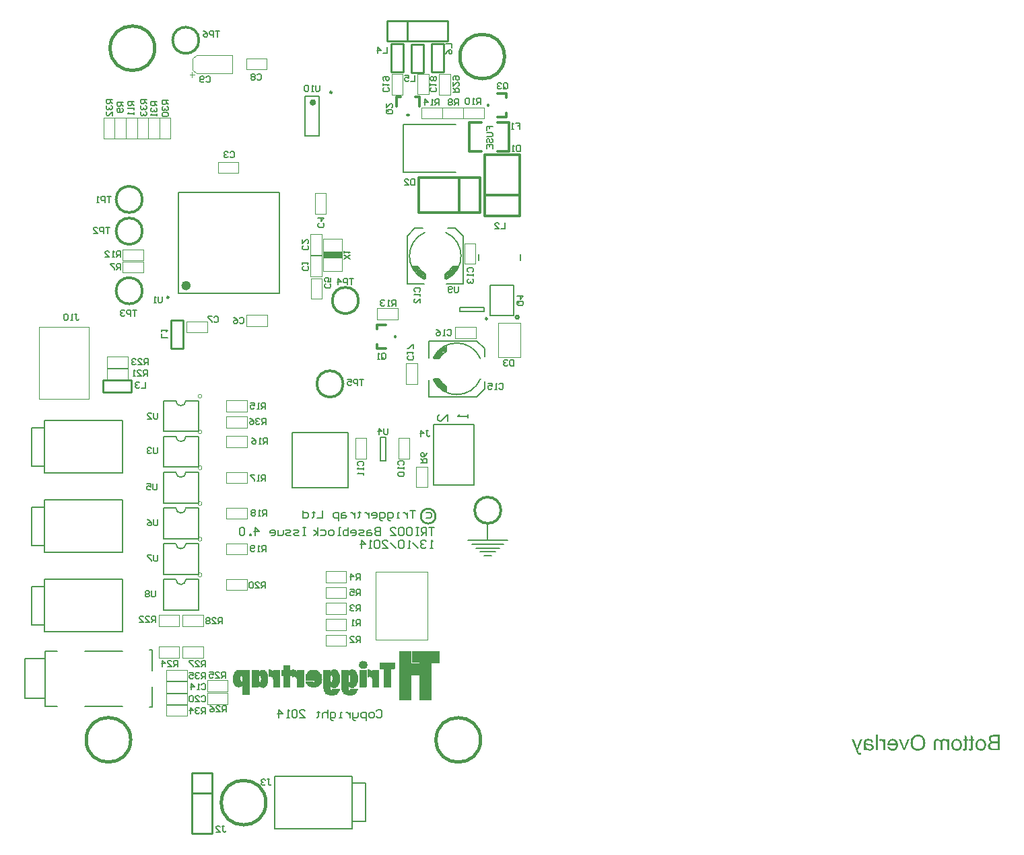
<source format=gbo>
%FSLAX25Y25*%
%MOIN*%
G70*
G01*
G75*
G04 Layer_Color=32896*
%ADD10R,0.05906X0.05118*%
%ADD11R,0.03000X0.13386*%
%ADD12C,0.01200*%
%ADD13C,0.02500*%
%ADD14C,0.05000*%
%ADD15C,0.17716*%
%ADD16C,0.08661*%
%ADD17C,0.05906*%
%ADD18C,0.10000*%
%ADD19C,0.07874*%
%ADD20C,0.07000*%
%ADD21R,0.07000X0.07000*%
%ADD22C,0.07874*%
%ADD23R,0.05906X0.05906*%
%ADD24R,0.07000X0.07000*%
%ADD25C,0.04724*%
%ADD26C,0.06000*%
%ADD27C,0.03150*%
%ADD28C,0.03937*%
%ADD29R,0.03937X0.11811*%
%ADD30R,0.02756X0.03937*%
%ADD31R,0.03600X0.03600*%
%ADD32R,0.05000X0.03600*%
%ADD33R,0.02362X0.03543*%
%ADD34R,0.03543X0.02362*%
%ADD35R,0.03937X0.04331*%
%ADD36R,0.09843X0.07087*%
%ADD37R,0.07087X0.09843*%
%ADD38R,0.06299X0.13780*%
%ADD39R,0.13780X0.06299*%
%ADD40R,0.03937X0.02362*%
%ADD41O,0.08858X0.01575*%
%ADD42R,0.06890X0.04921*%
%ADD43O,0.02165X0.06890*%
%ADD44O,0.06890X0.02165*%
%ADD45R,0.07087X0.03937*%
%ADD46R,0.04331X0.03937*%
%ADD47R,0.07874X0.03150*%
%ADD48R,0.03600X0.05000*%
%ADD49R,0.03600X0.03600*%
%ADD50R,0.02559X0.04331*%
%ADD51R,0.05315X0.01575*%
%ADD52R,0.06299X0.08268*%
%ADD53R,0.07480X0.07480*%
%ADD54R,0.21654X0.08465*%
%ADD55R,0.05000X0.02500*%
%ADD56R,0.10000X0.10512*%
%ADD57C,0.02000*%
%ADD58C,0.10000*%
%ADD59R,0.46850X0.13386*%
%ADD60R,0.24410X0.18504*%
%ADD61R,0.34646X0.04724*%
%ADD62R,0.25591X0.18110*%
%ADD63R,0.20079X0.05512*%
%ADD64R,0.10236X0.26378*%
%ADD65R,0.27559X0.20472*%
%ADD66R,0.27165X0.35433*%
%ADD67R,0.08661X0.04331*%
%ADD68R,0.09449X0.02362*%
%ADD69R,0.05118X0.07087*%
%ADD70R,0.03937X0.05118*%
%ADD71R,0.03937X0.03150*%
%ADD72R,0.07874X0.15748*%
%ADD73C,0.00965*%
%ADD74C,0.01000*%
%ADD75C,0.00500*%
%ADD76C,0.00700*%
%ADD77R,0.06706X0.05918*%
%ADD78R,0.03800X0.14186*%
%ADD79C,0.18517*%
%ADD80C,0.09461*%
%ADD81C,0.06706*%
%ADD82C,0.10800*%
%ADD83C,0.13874*%
%ADD84C,0.07800*%
%ADD85R,0.07800X0.07800*%
%ADD86C,0.08674*%
%ADD87R,0.06706X0.06706*%
%ADD88R,0.07800X0.07800*%
%ADD89C,0.05524*%
G04:AMPARAMS|DCode=90|XSize=8mil|YSize=8mil|CornerRadius=0mil|HoleSize=0mil|Usage=FLASHONLY|Rotation=90.000|XOffset=0mil|YOffset=0mil|HoleType=Round|Shape=RoundedRectangle|*
%AMROUNDEDRECTD90*
21,1,0.00800,0.00800,0,0,90.0*
21,1,0.00800,0.00800,0,0,90.0*
1,1,0.00000,0.00400,0.00400*
1,1,0.00000,0.00400,-0.00400*
1,1,0.00000,-0.00400,-0.00400*
1,1,0.00000,-0.00400,0.00400*
%
%ADD90ROUNDEDRECTD90*%
%ADD91C,0.06800*%
%ADD92R,0.04737X0.12611*%
%ADD93R,0.03556X0.04737*%
%ADD94R,0.04400X0.04400*%
%ADD95R,0.05800X0.04400*%
%ADD96R,0.03162X0.04343*%
%ADD97R,0.04343X0.03162*%
%ADD98R,0.04737X0.05131*%
%ADD99R,0.10642X0.07887*%
%ADD100R,0.07887X0.10642*%
%ADD101R,0.07099X0.14579*%
%ADD102R,0.14579X0.07099*%
%ADD103R,0.04737X0.03162*%
%ADD104O,0.09658X0.02375*%
%ADD105R,0.07690X0.05721*%
%ADD106O,0.02965X0.07690*%
%ADD107O,0.07690X0.02965*%
%ADD108R,0.07887X0.04737*%
%ADD109R,0.05131X0.04737*%
%ADD110R,0.08674X0.03950*%
%ADD111R,0.04400X0.05800*%
%ADD112R,0.04400X0.04400*%
%ADD113R,0.03359X0.05131*%
%ADD114R,0.06115X0.02375*%
%ADD115R,0.07099X0.09068*%
%ADD116R,0.08280X0.08280*%
%ADD117R,0.22453X0.09265*%
%ADD118R,0.05800X0.03300*%
%ADD119R,0.10800X0.11312*%
%ADD120R,0.08674X0.16548*%
%ADD121C,0.01500*%
%ADD122C,0.00787*%
%ADD123C,0.01575*%
%ADD124C,0.00984*%
%ADD125C,0.02362*%
%ADD126C,0.00492*%
%ADD127C,0.00200*%
%ADD128C,0.00394*%
%ADD129C,0.01181*%
%ADD130C,0.00800*%
%ADD131R,0.09449X0.03543*%
G36*
X412532Y6613D02*
X411587D01*
Y14301D01*
X412532D01*
Y6613D01*
D02*
G37*
G36*
X456550Y13567D02*
Y12190D01*
X457250D01*
Y11457D01*
X456550D01*
Y8235D01*
Y8079D01*
Y7946D01*
X456539Y7824D01*
X456528Y7701D01*
Y7601D01*
X456516Y7513D01*
X456494Y7368D01*
X456472Y7257D01*
X456461Y7179D01*
X456439Y7135D01*
Y7124D01*
X456394Y7024D01*
X456327Y6946D01*
X456261Y6868D01*
X456205Y6813D01*
X456139Y6757D01*
X456094Y6724D01*
X456061Y6701D01*
X456050Y6690D01*
X455928Y6635D01*
X455805Y6602D01*
X455672Y6568D01*
X455539Y6557D01*
X455428Y6546D01*
X455339Y6535D01*
X455250D01*
X455005Y6546D01*
X454883Y6557D01*
X454772Y6579D01*
X454672Y6590D01*
X454594Y6602D01*
X454550Y6613D01*
X454528D01*
X454650Y7446D01*
X454739Y7435D01*
X454828Y7424D01*
X454905D01*
X454961Y7413D01*
X455072D01*
X455217Y7424D01*
X455316Y7446D01*
X455372Y7468D01*
X455394Y7479D01*
X455472Y7535D01*
X455516Y7590D01*
X455550Y7635D01*
X455561Y7657D01*
X455572Y7713D01*
X455583Y7790D01*
X455594Y7968D01*
X455605Y8046D01*
Y8112D01*
Y8157D01*
Y8179D01*
Y11457D01*
X454650D01*
Y12190D01*
X455605D01*
Y14134D01*
X456550Y13567D01*
D02*
G37*
G36*
X459538D02*
Y12190D01*
X460238D01*
Y11457D01*
X459538D01*
Y8235D01*
Y8079D01*
Y7946D01*
X459527Y7824D01*
X459516Y7701D01*
Y7601D01*
X459505Y7513D01*
X459483Y7368D01*
X459460Y7257D01*
X459449Y7179D01*
X459427Y7135D01*
Y7124D01*
X459383Y7024D01*
X459316Y6946D01*
X459249Y6868D01*
X459194Y6813D01*
X459127Y6757D01*
X459083Y6724D01*
X459049Y6701D01*
X459038Y6690D01*
X458916Y6635D01*
X458794Y6602D01*
X458661Y6568D01*
X458527Y6557D01*
X458416Y6546D01*
X458327Y6535D01*
X458238D01*
X457994Y6546D01*
X457872Y6557D01*
X457761Y6579D01*
X457661Y6590D01*
X457583Y6602D01*
X457539Y6613D01*
X457516D01*
X457639Y7446D01*
X457727Y7435D01*
X457816Y7424D01*
X457894D01*
X457949Y7413D01*
X458061D01*
X458205Y7424D01*
X458305Y7446D01*
X458361Y7468D01*
X458383Y7479D01*
X458461Y7535D01*
X458505Y7590D01*
X458538Y7635D01*
X458549Y7657D01*
X458561Y7713D01*
X458572Y7790D01*
X458583Y7968D01*
X458594Y8046D01*
Y8112D01*
Y8157D01*
Y8179D01*
Y11457D01*
X457639D01*
Y12190D01*
X458594D01*
Y14134D01*
X459538Y13567D01*
D02*
G37*
G36*
X419998Y12301D02*
X420198Y12279D01*
X420387Y12245D01*
X420564Y12190D01*
X420731Y12134D01*
X420887Y12068D01*
X421031Y12001D01*
X421153Y11923D01*
X421275Y11857D01*
X421375Y11779D01*
X421464Y11712D01*
X421531Y11657D01*
X421587Y11601D01*
X421631Y11568D01*
X421653Y11546D01*
X421664Y11534D01*
X421786Y11379D01*
X421898Y11212D01*
X421998Y11046D01*
X422086Y10868D01*
X422153Y10679D01*
X422209Y10501D01*
X422297Y10146D01*
X422331Y9990D01*
X422353Y9835D01*
X422364Y9701D01*
X422375Y9579D01*
X422386Y9479D01*
Y9412D01*
Y9357D01*
Y9346D01*
X422375Y9101D01*
X422353Y8868D01*
X422320Y8646D01*
X422275Y8446D01*
X422220Y8257D01*
X422164Y8079D01*
X422098Y7924D01*
X422031Y7779D01*
X421964Y7657D01*
X421898Y7546D01*
X421842Y7457D01*
X421786Y7379D01*
X421742Y7313D01*
X421709Y7268D01*
X421687Y7246D01*
X421675Y7235D01*
X421531Y7102D01*
X421386Y6990D01*
X421231Y6890D01*
X421064Y6802D01*
X420909Y6735D01*
X420742Y6668D01*
X420431Y6579D01*
X420287Y6557D01*
X420153Y6535D01*
X420031Y6513D01*
X419931Y6502D01*
X419853Y6490D01*
X419731D01*
X419387Y6513D01*
X419076Y6568D01*
X418798Y6635D01*
X418687Y6679D01*
X418576Y6724D01*
X418476Y6768D01*
X418387Y6813D01*
X418320Y6846D01*
X418254Y6879D01*
X418209Y6913D01*
X418176Y6935D01*
X418153Y6957D01*
X418142D01*
X417920Y7157D01*
X417742Y7368D01*
X417587Y7590D01*
X417476Y7801D01*
X417387Y7990D01*
X417354Y8079D01*
X417320Y8146D01*
X417298Y8213D01*
X417287Y8257D01*
X417276Y8279D01*
Y8290D01*
X418254Y8412D01*
X418342Y8201D01*
X418442Y8024D01*
X418542Y7868D01*
X418631Y7746D01*
X418709Y7657D01*
X418776Y7590D01*
X418831Y7546D01*
X418842Y7535D01*
X418987Y7446D01*
X419131Y7379D01*
X419287Y7335D01*
X419420Y7301D01*
X419542Y7279D01*
X419642Y7268D01*
X419731D01*
X419865Y7279D01*
X419987Y7290D01*
X420209Y7346D01*
X420409Y7424D01*
X420587Y7513D01*
X420720Y7590D01*
X420820Y7668D01*
X420887Y7724D01*
X420898Y7746D01*
X420909D01*
X421064Y7946D01*
X421186Y8168D01*
X421275Y8412D01*
X421342Y8635D01*
X421375Y8835D01*
X421398Y8924D01*
X421409Y9001D01*
Y9068D01*
X421420Y9112D01*
Y9146D01*
Y9157D01*
X417254D01*
X417242Y9268D01*
Y9346D01*
Y9390D01*
Y9401D01*
X417254Y9657D01*
X417276Y9890D01*
X417309Y10112D01*
X417354Y10323D01*
X417409Y10512D01*
X417465Y10690D01*
X417531Y10846D01*
X417598Y10990D01*
X417665Y11123D01*
X417731Y11234D01*
X417787Y11323D01*
X417842Y11401D01*
X417887Y11468D01*
X417920Y11512D01*
X417942Y11534D01*
X417953Y11546D01*
X418087Y11679D01*
X418231Y11801D01*
X418387Y11901D01*
X418542Y11990D01*
X418698Y12068D01*
X418842Y12123D01*
X418998Y12179D01*
X419131Y12212D01*
X419276Y12245D01*
X419398Y12268D01*
X419509Y12290D01*
X419598Y12301D01*
X419676Y12312D01*
X419787D01*
X419998Y12301D01*
D02*
G37*
G36*
X472759Y6613D02*
X469826D01*
X469559Y6624D01*
X469326Y6635D01*
X469115Y6657D01*
X468937Y6679D01*
X468793Y6701D01*
X468682Y6713D01*
X468615Y6735D01*
X468593D01*
X468404Y6790D01*
X468249Y6846D01*
X468104Y6913D01*
X467982Y6979D01*
X467882Y7024D01*
X467804Y7068D01*
X467760Y7102D01*
X467749Y7113D01*
X467626Y7213D01*
X467515Y7335D01*
X467426Y7457D01*
X467338Y7568D01*
X467271Y7679D01*
X467226Y7757D01*
X467193Y7812D01*
X467182Y7835D01*
X467104Y8012D01*
X467049Y8190D01*
X467004Y8357D01*
X466982Y8512D01*
X466960Y8646D01*
X466949Y8757D01*
Y8824D01*
Y8835D01*
Y8846D01*
X466960Y9090D01*
X467004Y9312D01*
X467071Y9501D01*
X467137Y9679D01*
X467204Y9812D01*
X467271Y9912D01*
X467315Y9979D01*
X467326Y10001D01*
X467482Y10179D01*
X467649Y10323D01*
X467837Y10446D01*
X468004Y10546D01*
X468160Y10623D01*
X468293Y10668D01*
X468337Y10690D01*
X468371Y10701D01*
X468393Y10712D01*
X468404D01*
X468215Y10823D01*
X468048Y10934D01*
X467915Y11057D01*
X467804Y11168D01*
X467715Y11257D01*
X467649Y11345D01*
X467615Y11390D01*
X467604Y11412D01*
X467515Y11579D01*
X467449Y11734D01*
X467393Y11890D01*
X467360Y12034D01*
X467338Y12157D01*
X467326Y12257D01*
Y12312D01*
Y12334D01*
X467338Y12523D01*
X467371Y12712D01*
X467426Y12879D01*
X467482Y13034D01*
X467537Y13168D01*
X467593Y13256D01*
X467626Y13323D01*
X467637Y13345D01*
X467760Y13512D01*
X467893Y13668D01*
X468037Y13790D01*
X468171Y13890D01*
X468282Y13968D01*
X468382Y14023D01*
X468448Y14056D01*
X468460Y14067D01*
X468471D01*
X468682Y14145D01*
X468915Y14201D01*
X469148Y14245D01*
X469371Y14267D01*
X469571Y14290D01*
X469660D01*
X469737Y14301D01*
X472759D01*
Y6613D01*
D02*
G37*
G36*
X414165Y12301D02*
X414276Y12279D01*
X414387Y12245D01*
X414476Y12212D01*
X414543Y12179D01*
X414609Y12145D01*
X414643Y12123D01*
X414654Y12112D01*
X414754Y12023D01*
X414854Y11912D01*
X414954Y11779D01*
X415043Y11657D01*
X415132Y11534D01*
X415187Y11434D01*
X415232Y11357D01*
X415243Y11345D01*
Y12190D01*
X416098D01*
Y6613D01*
X415154D01*
Y9523D01*
X415143Y9746D01*
X415132Y9946D01*
X415109Y10135D01*
X415076Y10301D01*
X415043Y10435D01*
X415021Y10535D01*
X415009Y10601D01*
X414998Y10623D01*
X414954Y10746D01*
X414898Y10846D01*
X414843Y10934D01*
X414787Y11012D01*
X414732Y11068D01*
X414698Y11112D01*
X414665Y11134D01*
X414654Y11146D01*
X414565Y11212D01*
X414465Y11257D01*
X414365Y11290D01*
X414287Y11312D01*
X414210Y11323D01*
X414154Y11334D01*
X414098D01*
X413976Y11323D01*
X413854Y11301D01*
X413732Y11268D01*
X413632Y11234D01*
X413543Y11201D01*
X413476Y11168D01*
X413432Y11146D01*
X413421Y11134D01*
X413076Y12001D01*
X413265Y12101D01*
X413443Y12179D01*
X413598Y12234D01*
X413743Y12279D01*
X413865Y12301D01*
X413965Y12312D01*
X414043D01*
X414165Y12301D01*
D02*
G37*
G36*
X463604D02*
X463782Y12290D01*
X464127Y12212D01*
X464427Y12112D01*
X464560Y12057D01*
X464682Y12001D01*
X464793Y11946D01*
X464882Y11890D01*
X464971Y11834D01*
X465038Y11790D01*
X465093Y11745D01*
X465138Y11712D01*
X465160Y11701D01*
X465171Y11690D01*
X465327Y11546D01*
X465449Y11379D01*
X465571Y11201D01*
X465660Y11023D01*
X465749Y10835D01*
X465815Y10634D01*
X465871Y10446D01*
X465915Y10268D01*
X465960Y10090D01*
X465982Y9935D01*
X466004Y9779D01*
X466015Y9657D01*
Y9546D01*
X466026Y9468D01*
Y9424D01*
Y9401D01*
X466015Y9146D01*
X465993Y8901D01*
X465960Y8679D01*
X465915Y8468D01*
X465860Y8279D01*
X465804Y8101D01*
X465738Y7935D01*
X465671Y7790D01*
X465604Y7657D01*
X465538Y7546D01*
X465482Y7457D01*
X465427Y7379D01*
X465382Y7313D01*
X465349Y7268D01*
X465327Y7246D01*
X465315Y7235D01*
X465171Y7102D01*
X465027Y6990D01*
X464871Y6890D01*
X464715Y6802D01*
X464560Y6735D01*
X464393Y6668D01*
X464093Y6579D01*
X463960Y6557D01*
X463827Y6535D01*
X463716Y6513D01*
X463616Y6502D01*
X463527Y6490D01*
X463416D01*
X463149Y6502D01*
X462905Y6546D01*
X462671Y6602D01*
X462482Y6657D01*
X462316Y6724D01*
X462249Y6746D01*
X462194Y6768D01*
X462138Y6790D01*
X462105Y6813D01*
X462094Y6824D01*
X462082D01*
X461860Y6968D01*
X461671Y7124D01*
X461505Y7279D01*
X461371Y7435D01*
X461271Y7568D01*
X461194Y7679D01*
X461171Y7724D01*
X461149Y7757D01*
X461138Y7768D01*
Y7779D01*
X461027Y8035D01*
X460949Y8313D01*
X460883Y8590D01*
X460849Y8868D01*
X460827Y8990D01*
Y9101D01*
X460816Y9212D01*
X460805Y9301D01*
Y9379D01*
Y9435D01*
Y9468D01*
Y9479D01*
X460816Y9724D01*
X460838Y9946D01*
X460872Y10157D01*
X460916Y10357D01*
X460971Y10546D01*
X461038Y10712D01*
X461105Y10879D01*
X461171Y11012D01*
X461238Y11134D01*
X461305Y11246D01*
X461371Y11345D01*
X461427Y11423D01*
X461471Y11479D01*
X461505Y11523D01*
X461527Y11546D01*
X461538Y11557D01*
X461683Y11690D01*
X461827Y11801D01*
X461982Y11912D01*
X462138Y11990D01*
X462293Y12068D01*
X462449Y12123D01*
X462749Y12223D01*
X462893Y12245D01*
X463016Y12268D01*
X463127Y12290D01*
X463227Y12301D01*
X463305Y12312D01*
X463416D01*
X463604Y12301D01*
D02*
G37*
G36*
X408032D02*
X408266Y12279D01*
X408488Y12245D01*
X408666Y12212D01*
X408821Y12179D01*
X408932Y12145D01*
X408977Y12134D01*
X409010Y12123D01*
X409021Y12112D01*
X409032D01*
X409221Y12034D01*
X409388Y11934D01*
X409532Y11846D01*
X409654Y11757D01*
X409743Y11668D01*
X409810Y11601D01*
X409854Y11557D01*
X409866Y11546D01*
X409965Y11401D01*
X410054Y11246D01*
X410121Y11090D01*
X410177Y10946D01*
X410221Y10801D01*
X410254Y10701D01*
X410265Y10657D01*
Y10623D01*
X410277Y10612D01*
Y10601D01*
X409354Y10479D01*
X409288Y10679D01*
X409221Y10857D01*
X409143Y11001D01*
X409077Y11112D01*
X409010Y11201D01*
X408954Y11257D01*
X408910Y11290D01*
X408899Y11301D01*
X408766Y11379D01*
X408610Y11434D01*
X408443Y11479D01*
X408288Y11501D01*
X408132Y11523D01*
X408021Y11534D01*
X407910D01*
X407655Y11523D01*
X407432Y11490D01*
X407255Y11434D01*
X407099Y11379D01*
X406988Y11312D01*
X406899Y11268D01*
X406844Y11223D01*
X406832Y11212D01*
X406744Y11112D01*
X406677Y10990D01*
X406621Y10857D01*
X406588Y10723D01*
X406566Y10601D01*
X406555Y10490D01*
Y10423D01*
Y10412D01*
Y10401D01*
Y10379D01*
Y10334D01*
Y10257D01*
X406566Y10190D01*
Y10168D01*
Y10157D01*
X406677Y10123D01*
X406799Y10090D01*
X407055Y10023D01*
X407343Y9968D01*
X407610Y9912D01*
X407743Y9890D01*
X407866Y9879D01*
X407977Y9857D01*
X408066Y9846D01*
X408143Y9835D01*
X408199D01*
X408243Y9823D01*
X408254D01*
X408455Y9801D01*
X408621Y9768D01*
X408766Y9746D01*
X408877Y9724D01*
X408965Y9712D01*
X409032Y9690D01*
X409077Y9679D01*
X409088D01*
X409232Y9635D01*
X409354Y9590D01*
X409477Y9535D01*
X409577Y9490D01*
X409665Y9446D01*
X409721Y9401D01*
X409765Y9379D01*
X409777Y9368D01*
X409888Y9290D01*
X409977Y9201D01*
X410065Y9112D01*
X410132Y9024D01*
X410188Y8946D01*
X410232Y8879D01*
X410254Y8835D01*
X410265Y8824D01*
X410321Y8701D01*
X410365Y8568D01*
X410399Y8446D01*
X410421Y8324D01*
X410432Y8224D01*
X410443Y8146D01*
Y8101D01*
Y8079D01*
X410432Y7946D01*
X410421Y7835D01*
X410365Y7601D01*
X410288Y7413D01*
X410199Y7246D01*
X410110Y7113D01*
X410032Y7013D01*
X409977Y6957D01*
X409954Y6935D01*
X409754Y6790D01*
X409532Y6679D01*
X409288Y6602D01*
X409065Y6546D01*
X408866Y6513D01*
X408777Y6502D01*
X408699D01*
X408632Y6490D01*
X408543D01*
X408343Y6502D01*
X408143Y6524D01*
X407966Y6546D01*
X407810Y6579D01*
X407688Y6613D01*
X407588Y6646D01*
X407521Y6657D01*
X407499Y6668D01*
X407310Y6746D01*
X407132Y6846D01*
X406966Y6957D01*
X406799Y7057D01*
X406666Y7157D01*
X406566Y7235D01*
X406499Y7290D01*
X406488Y7313D01*
X406477D01*
X406455Y7168D01*
X406432Y7035D01*
X406410Y6913D01*
X406377Y6813D01*
X406344Y6724D01*
X406321Y6668D01*
X406310Y6624D01*
X406299Y6613D01*
X405310D01*
X405366Y6735D01*
X405421Y6857D01*
X405466Y6968D01*
X405488Y7068D01*
X405521Y7157D01*
X405533Y7224D01*
X405544Y7268D01*
Y7279D01*
X405555Y7357D01*
X405566Y7457D01*
Y7568D01*
X405577Y7690D01*
X405588Y7968D01*
Y8246D01*
X405599Y8512D01*
Y8635D01*
Y8735D01*
Y8824D01*
Y8890D01*
Y8935D01*
Y8946D01*
Y10212D01*
Y10423D01*
X405610Y10612D01*
X405621Y10757D01*
Y10879D01*
X405632Y10968D01*
X405644Y11034D01*
X405655Y11068D01*
Y11079D01*
X405688Y11223D01*
X405732Y11345D01*
X405777Y11445D01*
X405832Y11546D01*
X405877Y11612D01*
X405910Y11668D01*
X405933Y11701D01*
X405944Y11712D01*
X406033Y11801D01*
X406133Y11890D01*
X406244Y11957D01*
X406355Y12023D01*
X406455Y12068D01*
X406532Y12101D01*
X406588Y12123D01*
X406610Y12134D01*
X406788Y12190D01*
X406977Y12234D01*
X407166Y12268D01*
X407355Y12290D01*
X407521Y12301D01*
X407644Y12312D01*
X407766D01*
X408032Y12301D01*
D02*
G37*
G36*
X432608Y14423D02*
X432885Y14390D01*
X433152Y14334D01*
X433407Y14267D01*
X433641Y14179D01*
X433863Y14090D01*
X434063Y13990D01*
X434241Y13890D01*
X434407Y13790D01*
X434552Y13690D01*
X434674Y13601D01*
X434774Y13512D01*
X434852Y13445D01*
X434918Y13390D01*
X434952Y13356D01*
X434963Y13345D01*
X435141Y13134D01*
X435296Y12912D01*
X435441Y12668D01*
X435552Y12423D01*
X435652Y12168D01*
X435741Y11923D01*
X435807Y11679D01*
X435852Y11445D01*
X435896Y11223D01*
X435929Y11012D01*
X435952Y10823D01*
X435974Y10668D01*
Y10535D01*
X435985Y10435D01*
Y10368D01*
Y10357D01*
Y10346D01*
X435963Y9968D01*
X435918Y9623D01*
X435852Y9290D01*
X435807Y9146D01*
X435763Y9001D01*
X435730Y8879D01*
X435685Y8768D01*
X435652Y8668D01*
X435618Y8579D01*
X435596Y8512D01*
X435574Y8468D01*
X435552Y8435D01*
Y8424D01*
X435363Y8101D01*
X435163Y7824D01*
X434941Y7579D01*
X434730Y7379D01*
X434541Y7213D01*
X434463Y7146D01*
X434396Y7102D01*
X434330Y7057D01*
X434285Y7024D01*
X434263Y7013D01*
X434252Y7001D01*
X434085Y6913D01*
X433919Y6835D01*
X433585Y6701D01*
X433263Y6613D01*
X432963Y6546D01*
X432819Y6524D01*
X432696Y6513D01*
X432585Y6490D01*
X432485D01*
X432419Y6479D01*
X432308D01*
X431941Y6502D01*
X431597Y6557D01*
X431274Y6624D01*
X431130Y6668D01*
X430997Y6713D01*
X430874Y6757D01*
X430763Y6802D01*
X430675Y6835D01*
X430597Y6868D01*
X430530Y6901D01*
X430475Y6924D01*
X430452Y6946D01*
X430441D01*
X430130Y7146D01*
X429864Y7368D01*
X429641Y7601D01*
X429452Y7824D01*
X429297Y8035D01*
X429241Y8112D01*
X429197Y8190D01*
X429152Y8257D01*
X429130Y8301D01*
X429108Y8335D01*
Y8346D01*
X429019Y8524D01*
X428952Y8701D01*
X428830Y9057D01*
X428741Y9412D01*
X428686Y9735D01*
X428675Y9879D01*
X428652Y10012D01*
X428641Y10135D01*
Y10234D01*
X428630Y10323D01*
Y10379D01*
Y10423D01*
Y10435D01*
X428652Y10857D01*
X428697Y11246D01*
X428730Y11423D01*
X428775Y11601D01*
X428819Y11757D01*
X428853Y11901D01*
X428897Y12034D01*
X428941Y12157D01*
X428975Y12257D01*
X429019Y12345D01*
X429041Y12412D01*
X429064Y12456D01*
X429086Y12490D01*
Y12501D01*
X429263Y12823D01*
X429475Y13112D01*
X429697Y13356D01*
X429897Y13556D01*
X430086Y13712D01*
X430174Y13779D01*
X430241Y13834D01*
X430308Y13868D01*
X430352Y13901D01*
X430374Y13912D01*
X430386Y13923D01*
X430552Y14012D01*
X430719Y14090D01*
X431041Y14223D01*
X431374Y14312D01*
X431663Y14367D01*
X431797Y14390D01*
X431930Y14412D01*
X432030Y14423D01*
X432130D01*
X432208Y14434D01*
X432308D01*
X432608Y14423D01*
D02*
G37*
G36*
X445417Y12301D02*
X445606Y12268D01*
X445773Y12234D01*
X445917Y12190D01*
X446040Y12134D01*
X446129Y12101D01*
X446184Y12068D01*
X446206Y12057D01*
X446362Y11957D01*
X446495Y11846D01*
X446617Y11734D01*
X446717Y11623D01*
X446795Y11534D01*
X446862Y11457D01*
X446895Y11412D01*
X446906Y11390D01*
Y12190D01*
X447751D01*
Y6613D01*
X446806D01*
Y9501D01*
X446795Y9768D01*
X446784Y10001D01*
X446762Y10201D01*
X446728Y10368D01*
X446695Y10490D01*
X446673Y10579D01*
X446662Y10634D01*
X446651Y10657D01*
X446584Y10801D01*
X446506Y10923D01*
X446428Y11034D01*
X446351Y11123D01*
X446273Y11190D01*
X446217Y11234D01*
X446173Y11268D01*
X446162Y11279D01*
X446029Y11345D01*
X445906Y11401D01*
X445773Y11434D01*
X445662Y11468D01*
X445573Y11479D01*
X445495Y11490D01*
X445429D01*
X445240Y11479D01*
X445084Y11445D01*
X444951Y11390D01*
X444851Y11334D01*
X444773Y11268D01*
X444718Y11223D01*
X444684Y11179D01*
X444673Y11168D01*
X444595Y11034D01*
X444540Y10890D01*
X444495Y10734D01*
X444473Y10579D01*
X444451Y10446D01*
X444440Y10323D01*
Y10279D01*
Y10257D01*
Y10234D01*
Y10223D01*
Y6613D01*
X443495D01*
Y9846D01*
X443473Y10146D01*
X443429Y10401D01*
X443373Y10612D01*
X443295Y10790D01*
X443229Y10923D01*
X443162Y11012D01*
X443118Y11068D01*
X443107Y11090D01*
X442951Y11223D01*
X442784Y11323D01*
X442618Y11390D01*
X442462Y11445D01*
X442329Y11468D01*
X442218Y11479D01*
X442173Y11490D01*
X442118D01*
X441996Y11479D01*
X441896Y11468D01*
X441796Y11445D01*
X441718Y11412D01*
X441640Y11379D01*
X441596Y11357D01*
X441562Y11345D01*
X441551Y11334D01*
X441462Y11268D01*
X441396Y11201D01*
X441340Y11134D01*
X441296Y11068D01*
X441262Y11012D01*
X441240Y10968D01*
X441218Y10934D01*
Y10923D01*
X441185Y10823D01*
X441162Y10690D01*
X441151Y10557D01*
X441140Y10423D01*
X441129Y10301D01*
Y10201D01*
Y10135D01*
Y10123D01*
Y10112D01*
Y6613D01*
X440185D01*
Y10435D01*
Y10612D01*
X440207Y10768D01*
X440229Y10923D01*
X440251Y11057D01*
X440285Y11190D01*
X440329Y11301D01*
X440362Y11401D01*
X440407Y11501D01*
X440451Y11579D01*
X440485Y11657D01*
X440562Y11757D01*
X440607Y11823D01*
X440629Y11846D01*
X440807Y12001D01*
X441018Y12112D01*
X441229Y12201D01*
X441429Y12257D01*
X441618Y12290D01*
X441696Y12301D01*
X441773D01*
X441829Y12312D01*
X441907D01*
X442107Y12301D01*
X442284Y12268D01*
X442462Y12223D01*
X442629Y12157D01*
X442784Y12079D01*
X442929Y12001D01*
X443051Y11912D01*
X443173Y11823D01*
X443284Y11723D01*
X443373Y11634D01*
X443451Y11557D01*
X443518Y11479D01*
X443573Y11412D01*
X443607Y11368D01*
X443629Y11334D01*
X443640Y11323D01*
X443707Y11490D01*
X443795Y11634D01*
X443895Y11757D01*
X443984Y11857D01*
X444073Y11946D01*
X444140Y12001D01*
X444184Y12034D01*
X444206Y12045D01*
X444362Y12134D01*
X444529Y12201D01*
X444695Y12245D01*
X444862Y12279D01*
X444995Y12301D01*
X445118Y12312D01*
X445218D01*
X445417Y12301D01*
D02*
G37*
G36*
X402577Y6613D02*
X402622Y6513D01*
X402644Y6435D01*
X402666Y6391D01*
Y6379D01*
X402733Y6191D01*
X402800Y6035D01*
X402844Y5902D01*
X402888Y5813D01*
X402911Y5746D01*
X402933Y5702D01*
X402955Y5679D01*
Y5668D01*
X403044Y5546D01*
X403144Y5457D01*
X403188Y5424D01*
X403222Y5402D01*
X403244Y5379D01*
X403255D01*
X403333Y5346D01*
X403411Y5313D01*
X403577Y5280D01*
X403644D01*
X403699Y5268D01*
X403755D01*
X403933Y5280D01*
X404110Y5313D01*
X404177Y5335D01*
X404233Y5346D01*
X404277Y5357D01*
X404288D01*
X404188Y4479D01*
X404066Y4435D01*
X403955Y4413D01*
X403855Y4391D01*
X403766Y4368D01*
X403688D01*
X403633Y4357D01*
X403588D01*
X403422Y4368D01*
X403277Y4391D01*
X403144Y4424D01*
X403033Y4468D01*
X402933Y4513D01*
X402866Y4546D01*
X402822Y4568D01*
X402811Y4580D01*
X402688Y4668D01*
X402588Y4780D01*
X402488Y4891D01*
X402399Y5002D01*
X402333Y5102D01*
X402277Y5179D01*
X402244Y5235D01*
X402233Y5257D01*
X402200Y5335D01*
X402155Y5413D01*
X402066Y5602D01*
X401977Y5813D01*
X401900Y6024D01*
X401822Y6213D01*
X401789Y6302D01*
X401755Y6379D01*
X401733Y6435D01*
X401711Y6479D01*
X401700Y6513D01*
Y6524D01*
X399578Y12190D01*
X400522D01*
X401722Y8935D01*
X401811Y8701D01*
X401877Y8479D01*
X401955Y8257D01*
X402011Y8068D01*
X402055Y7901D01*
X402077Y7835D01*
X402088Y7779D01*
X402100Y7735D01*
X402111Y7701D01*
X402122Y7679D01*
Y7668D01*
X402188Y7924D01*
X402255Y8157D01*
X402322Y8379D01*
X402388Y8568D01*
X402444Y8724D01*
X402466Y8790D01*
X402488Y8846D01*
X402499Y8901D01*
X402511Y8935D01*
X402522Y8946D01*
Y8957D01*
X403688Y12190D01*
X404688D01*
X402577Y6613D01*
D02*
G37*
G36*
X425931D02*
X425031D01*
X422909Y12190D01*
X423886D01*
X425119Y8779D01*
X425197Y8557D01*
X425275Y8357D01*
X425331Y8168D01*
X425386Y8024D01*
X425420Y7890D01*
X425453Y7801D01*
X425464Y7746D01*
X425475Y7724D01*
X425542Y7935D01*
X425597Y8146D01*
X425664Y8335D01*
X425719Y8501D01*
X425764Y8646D01*
X425797Y8757D01*
X425808Y8790D01*
X425819Y8824D01*
X425831Y8835D01*
Y8846D01*
X427030Y12190D01*
X428030D01*
X425931Y6613D01*
D02*
G37*
G36*
X451650Y12301D02*
X451828Y12290D01*
X452172Y12212D01*
X452472Y12112D01*
X452606Y12057D01*
X452728Y12001D01*
X452839Y11946D01*
X452928Y11890D01*
X453017Y11834D01*
X453083Y11790D01*
X453139Y11745D01*
X453183Y11712D01*
X453206Y11701D01*
X453217Y11690D01*
X453372Y11546D01*
X453494Y11379D01*
X453617Y11201D01*
X453706Y11023D01*
X453794Y10835D01*
X453861Y10634D01*
X453917Y10446D01*
X453961Y10268D01*
X454005Y10090D01*
X454028Y9935D01*
X454050Y9779D01*
X454061Y9657D01*
Y9546D01*
X454072Y9468D01*
Y9424D01*
Y9401D01*
X454061Y9146D01*
X454039Y8901D01*
X454005Y8679D01*
X453961Y8468D01*
X453905Y8279D01*
X453850Y8101D01*
X453783Y7935D01*
X453717Y7790D01*
X453650Y7657D01*
X453583Y7546D01*
X453528Y7457D01*
X453472Y7379D01*
X453428Y7313D01*
X453394Y7268D01*
X453372Y7246D01*
X453361Y7235D01*
X453217Y7102D01*
X453072Y6990D01*
X452917Y6890D01*
X452761Y6802D01*
X452606Y6735D01*
X452439Y6668D01*
X452139Y6579D01*
X452006Y6557D01*
X451872Y6535D01*
X451761Y6513D01*
X451661Y6502D01*
X451572Y6490D01*
X451461D01*
X451195Y6502D01*
X450950Y6546D01*
X450717Y6602D01*
X450528Y6657D01*
X450361Y6724D01*
X450295Y6746D01*
X450239Y6768D01*
X450184Y6790D01*
X450150Y6813D01*
X450139Y6824D01*
X450128D01*
X449906Y6968D01*
X449717Y7124D01*
X449550Y7279D01*
X449417Y7435D01*
X449317Y7568D01*
X449239Y7679D01*
X449217Y7724D01*
X449195Y7757D01*
X449184Y7768D01*
Y7779D01*
X449073Y8035D01*
X448995Y8313D01*
X448928Y8590D01*
X448895Y8868D01*
X448873Y8990D01*
Y9101D01*
X448862Y9212D01*
X448850Y9301D01*
Y9379D01*
Y9435D01*
Y9468D01*
Y9479D01*
X448862Y9724D01*
X448884Y9946D01*
X448917Y10157D01*
X448961Y10357D01*
X449017Y10546D01*
X449084Y10712D01*
X449150Y10879D01*
X449217Y11012D01*
X449284Y11134D01*
X449350Y11246D01*
X449417Y11345D01*
X449473Y11423D01*
X449517Y11479D01*
X449550Y11523D01*
X449573Y11546D01*
X449584Y11557D01*
X449728Y11690D01*
X449873Y11801D01*
X450028Y11912D01*
X450184Y11990D01*
X450339Y12068D01*
X450495Y12123D01*
X450795Y12223D01*
X450939Y12245D01*
X451061Y12268D01*
X451172Y12290D01*
X451272Y12301D01*
X451350Y12312D01*
X451461D01*
X451650Y12301D01*
D02*
G37*
%LPC*%
G36*
X406566Y9412D02*
X406555D01*
X406566Y9057D01*
X406577Y8835D01*
X406588Y8646D01*
X406610Y8490D01*
X406644Y8357D01*
X406677Y8257D01*
X406699Y8179D01*
X406710Y8135D01*
X406721Y8124D01*
X406810Y7979D01*
X406899Y7846D01*
X407010Y7735D01*
X407110Y7646D01*
X407199Y7568D01*
X407277Y7513D01*
X407321Y7479D01*
X407343Y7468D01*
X407510Y7390D01*
X407677Y7335D01*
X407832Y7290D01*
X407988Y7268D01*
X408110Y7246D01*
X408221Y7235D01*
X408310D01*
X408510Y7246D01*
X408677Y7268D01*
X408821Y7313D01*
X408943Y7357D01*
X409032Y7401D01*
X409099Y7446D01*
X409143Y7468D01*
X409154Y7479D01*
X409243Y7579D01*
X409310Y7690D01*
X409366Y7790D01*
X409399Y7890D01*
X409421Y7979D01*
X409432Y8046D01*
Y8101D01*
Y8112D01*
X409421Y8201D01*
X409410Y8290D01*
X409388Y8357D01*
X409366Y8424D01*
X409343Y8479D01*
X409332Y8524D01*
X409310Y8546D01*
Y8557D01*
X409199Y8690D01*
X409065Y8779D01*
X409021Y8812D01*
X408977Y8835D01*
X408943Y8857D01*
X408932D01*
X408821Y8901D01*
X408699Y8935D01*
X408566Y8968D01*
X408432Y8990D01*
X408310Y9012D01*
X408199Y9035D01*
X408132Y9046D01*
X408110D01*
X407921Y9079D01*
X407743Y9101D01*
X407588Y9135D01*
X407432Y9168D01*
X407288Y9201D01*
X407166Y9235D01*
X407044Y9257D01*
X406944Y9290D01*
X406855Y9312D01*
X406777Y9335D01*
X406710Y9357D01*
X406655Y9379D01*
X406610Y9390D01*
X406577Y9401D01*
X406566Y9412D01*
D02*
G37*
G36*
X471737Y10168D02*
X469715D01*
X469482Y10146D01*
X469293Y10123D01*
X469137Y10101D01*
X469015Y10079D01*
X468915Y10057D01*
X468871Y10046D01*
X468848Y10035D01*
X468704Y9979D01*
X468582Y9912D01*
X468471Y9835D01*
X468382Y9757D01*
X468315Y9690D01*
X468271Y9635D01*
X468237Y9590D01*
X468226Y9579D01*
X468149Y9457D01*
X468093Y9335D01*
X468048Y9212D01*
X468026Y9101D01*
X468004Y9001D01*
X467993Y8912D01*
Y8868D01*
Y8846D01*
X468004Y8712D01*
X468015Y8579D01*
X468037Y8468D01*
X468071Y8379D01*
X468104Y8301D01*
X468126Y8235D01*
X468137Y8201D01*
X468149Y8190D01*
X468215Y8090D01*
X468271Y8001D01*
X468349Y7935D01*
X468404Y7868D01*
X468460Y7824D01*
X468504Y7790D01*
X468537Y7768D01*
X468548Y7757D01*
X468737Y7668D01*
X468926Y7601D01*
X469004Y7579D01*
X469071Y7568D01*
X469115Y7557D01*
X469126D01*
X469215Y7546D01*
X469315Y7535D01*
X469548Y7524D01*
X471737D01*
Y10168D01*
D02*
G37*
G36*
X419842Y11534D02*
X419776D01*
X419642Y11523D01*
X419520Y11512D01*
X419287Y11445D01*
X419087Y11357D01*
X418920Y11257D01*
X418787Y11157D01*
X418687Y11068D01*
X418631Y11001D01*
X418609Y10990D01*
Y10979D01*
X418509Y10835D01*
X418420Y10668D01*
X418365Y10501D01*
X418309Y10323D01*
X418276Y10179D01*
X418254Y10046D01*
Y10001D01*
X418242Y9968D01*
Y9946D01*
Y9935D01*
X421364D01*
X421331Y10190D01*
X421264Y10423D01*
X421186Y10623D01*
X421098Y10779D01*
X421020Y10912D01*
X420942Y11012D01*
X420898Y11068D01*
X420876Y11090D01*
X420698Y11234D01*
X420520Y11345D01*
X420331Y11423D01*
X420153Y11479D01*
X420009Y11512D01*
X419887Y11523D01*
X419842Y11534D01*
D02*
G37*
G36*
X471737Y13390D02*
X469915D01*
X469671Y13367D01*
X469482Y13356D01*
X469315Y13334D01*
X469193Y13312D01*
X469115Y13301D01*
X469060Y13279D01*
X469048D01*
X468926Y13234D01*
X468815Y13168D01*
X468726Y13101D01*
X468648Y13034D01*
X468593Y12979D01*
X468548Y12923D01*
X468526Y12890D01*
X468515Y12879D01*
X468448Y12768D01*
X468404Y12656D01*
X468371Y12545D01*
X468349Y12434D01*
X468337Y12345D01*
X468326Y12279D01*
Y12234D01*
Y12212D01*
X468337Y12068D01*
X468360Y11934D01*
X468393Y11823D01*
X468426Y11734D01*
X468460Y11657D01*
X468493Y11590D01*
X468515Y11557D01*
X468526Y11546D01*
X468604Y11457D01*
X468704Y11368D01*
X468804Y11301D01*
X468893Y11257D01*
X468982Y11212D01*
X469048Y11179D01*
X469093Y11168D01*
X469115Y11157D01*
X469237Y11134D01*
X469393Y11112D01*
X469548Y11101D01*
X469704Y11090D01*
X469848Y11079D01*
X471737D01*
Y13390D01*
D02*
G37*
G36*
X451528Y11534D02*
X451461D01*
X451328Y11523D01*
X451206Y11512D01*
X450984Y11457D01*
X450784Y11368D01*
X450617Y11268D01*
X450484Y11168D01*
X450384Y11090D01*
X450317Y11023D01*
X450295Y11012D01*
Y11001D01*
X450206Y10901D01*
X450139Y10779D01*
X450017Y10535D01*
X449928Y10268D01*
X449873Y10023D01*
X449839Y9790D01*
X449828Y9690D01*
Y9601D01*
X449817Y9535D01*
Y9479D01*
Y9446D01*
Y9435D01*
Y9235D01*
X449839Y9046D01*
X449861Y8879D01*
X449895Y8712D01*
X449928Y8568D01*
X449973Y8435D01*
X450006Y8313D01*
X450050Y8201D01*
X450095Y8112D01*
X450139Y8024D01*
X450184Y7957D01*
X450217Y7901D01*
X450250Y7857D01*
X450273Y7824D01*
X450284Y7812D01*
X450295Y7801D01*
X450384Y7713D01*
X450484Y7624D01*
X450672Y7490D01*
X450873Y7401D01*
X451050Y7335D01*
X451217Y7301D01*
X451339Y7279D01*
X451395Y7268D01*
X451461D01*
X451595Y7279D01*
X451717Y7290D01*
X451950Y7346D01*
X452150Y7435D01*
X452317Y7535D01*
X452450Y7624D01*
X452550Y7713D01*
X452617Y7768D01*
X452628Y7790D01*
X452639D01*
X452717Y7901D01*
X452795Y8012D01*
X452906Y8268D01*
X452994Y8535D01*
X453050Y8801D01*
X453083Y9035D01*
X453094Y9135D01*
Y9223D01*
X453106Y9301D01*
Y9357D01*
Y9390D01*
Y9401D01*
X453094Y9590D01*
X453083Y9779D01*
X453061Y9946D01*
X453028Y10101D01*
X452994Y10246D01*
X452961Y10379D01*
X452917Y10490D01*
X452872Y10601D01*
X452828Y10690D01*
X452783Y10779D01*
X452750Y10846D01*
X452717Y10901D01*
X452683Y10946D01*
X452661Y10979D01*
X452639Y10990D01*
Y11001D01*
X452550Y11090D01*
X452450Y11179D01*
X452261Y11312D01*
X452061Y11401D01*
X451872Y11468D01*
X451706Y11512D01*
X451583Y11523D01*
X451528Y11534D01*
D02*
G37*
G36*
X463482D02*
X463416D01*
X463282Y11523D01*
X463160Y11512D01*
X462938Y11457D01*
X462738Y11368D01*
X462571Y11268D01*
X462438Y11168D01*
X462338Y11090D01*
X462271Y11023D01*
X462249Y11012D01*
Y11001D01*
X462160Y10901D01*
X462094Y10779D01*
X461971Y10535D01*
X461882Y10268D01*
X461827Y10023D01*
X461794Y9790D01*
X461783Y9690D01*
Y9601D01*
X461771Y9535D01*
Y9479D01*
Y9446D01*
Y9435D01*
Y9235D01*
X461794Y9046D01*
X461816Y8879D01*
X461849Y8712D01*
X461882Y8568D01*
X461927Y8435D01*
X461960Y8313D01*
X462005Y8201D01*
X462049Y8112D01*
X462094Y8024D01*
X462138Y7957D01*
X462171Y7901D01*
X462205Y7857D01*
X462227Y7824D01*
X462238Y7812D01*
X462249Y7801D01*
X462338Y7713D01*
X462438Y7624D01*
X462627Y7490D01*
X462827Y7401D01*
X463005Y7335D01*
X463171Y7301D01*
X463294Y7279D01*
X463349Y7268D01*
X463416D01*
X463549Y7279D01*
X463671Y7290D01*
X463904Y7346D01*
X464105Y7435D01*
X464271Y7535D01*
X464404Y7624D01*
X464504Y7713D01*
X464571Y7768D01*
X464582Y7790D01*
X464593D01*
X464671Y7901D01*
X464749Y8012D01*
X464860Y8268D01*
X464949Y8535D01*
X465004Y8801D01*
X465038Y9035D01*
X465049Y9135D01*
Y9223D01*
X465060Y9301D01*
Y9357D01*
Y9390D01*
Y9401D01*
X465049Y9590D01*
X465038Y9779D01*
X465016Y9946D01*
X464982Y10101D01*
X464949Y10246D01*
X464916Y10379D01*
X464871Y10490D01*
X464827Y10601D01*
X464782Y10690D01*
X464738Y10779D01*
X464704Y10846D01*
X464671Y10901D01*
X464638Y10946D01*
X464615Y10979D01*
X464593Y10990D01*
Y11001D01*
X464504Y11090D01*
X464404Y11179D01*
X464216Y11312D01*
X464016Y11401D01*
X463827Y11468D01*
X463660Y11512D01*
X463538Y11523D01*
X463482Y11534D01*
D02*
G37*
G36*
X432408Y13556D02*
X432308D01*
X432030Y13545D01*
X431763Y13501D01*
X431530Y13434D01*
X431330Y13367D01*
X431163Y13290D01*
X431097Y13256D01*
X431041Y13234D01*
X430986Y13201D01*
X430952Y13190D01*
X430941Y13168D01*
X430930D01*
X430719Y13012D01*
X430530Y12834D01*
X430363Y12656D01*
X430230Y12479D01*
X430130Y12323D01*
X430052Y12190D01*
X430030Y12145D01*
X430008Y12112D01*
X429997Y12090D01*
Y12079D01*
X429886Y11812D01*
X429808Y11523D01*
X429752Y11257D01*
X429719Y11001D01*
X429697Y10879D01*
X429686Y10779D01*
Y10679D01*
X429675Y10601D01*
Y10535D01*
Y10490D01*
Y10457D01*
Y10446D01*
X429686Y10179D01*
X429708Y9923D01*
X429741Y9679D01*
X429786Y9457D01*
X429852Y9257D01*
X429908Y9068D01*
X429975Y8890D01*
X430041Y8735D01*
X430119Y8601D01*
X430186Y8479D01*
X430241Y8379D01*
X430297Y8301D01*
X430352Y8235D01*
X430386Y8179D01*
X430408Y8157D01*
X430419Y8146D01*
X430563Y8001D01*
X430719Y7879D01*
X430874Y7779D01*
X431030Y7679D01*
X431185Y7601D01*
X431352Y7546D01*
X431497Y7490D01*
X431652Y7446D01*
X431785Y7413D01*
X431919Y7390D01*
X432030Y7368D01*
X432130Y7357D01*
X432208D01*
X432263Y7346D01*
X432319D01*
X432530Y7357D01*
X432730Y7379D01*
X432908Y7424D01*
X433085Y7468D01*
X433252Y7535D01*
X433407Y7601D01*
X433552Y7668D01*
X433685Y7746D01*
X433796Y7824D01*
X433896Y7890D01*
X433985Y7957D01*
X434063Y8024D01*
X434119Y8068D01*
X434163Y8112D01*
X434185Y8135D01*
X434196Y8146D01*
X434330Y8301D01*
X434441Y8468D01*
X434541Y8646D01*
X434630Y8824D01*
X434696Y9012D01*
X434763Y9190D01*
X434852Y9546D01*
X434874Y9701D01*
X434896Y9857D01*
X434918Y9990D01*
X434930Y10101D01*
X434941Y10201D01*
Y10279D01*
Y10323D01*
Y10334D01*
X434930Y10646D01*
X434907Y10934D01*
X434874Y11212D01*
X434819Y11457D01*
X434763Y11679D01*
X434696Y11879D01*
X434619Y12068D01*
X434552Y12223D01*
X434474Y12368D01*
X434407Y12490D01*
X434341Y12590D01*
X434285Y12668D01*
X434230Y12734D01*
X434196Y12779D01*
X434174Y12801D01*
X434163Y12812D01*
X434019Y12945D01*
X433863Y13057D01*
X433708Y13157D01*
X433541Y13245D01*
X433385Y13312D01*
X433230Y13379D01*
X432941Y13467D01*
X432808Y13490D01*
X432685Y13512D01*
X432585Y13534D01*
X432485Y13545D01*
X432408Y13556D01*
D02*
G37*
%LPD*%
D12*
X225791Y125591D02*
G03*
X225791Y125591I-6500J0D01*
G01*
X155319Y229528D02*
G03*
X155319Y229528I-6500J0D01*
G01*
X147686Y188189D02*
G03*
X147686Y188189I-6500J0D01*
G01*
X76288Y358492D02*
G03*
X76288Y358492I-6500J0D01*
G01*
X48276Y234345D02*
G03*
X48276Y234345I-6500J0D01*
G01*
Y263873D02*
G03*
X48276Y263873I-6500J0D01*
G01*
Y279621D02*
G03*
X48276Y279621I-6500J0D01*
G01*
X229921Y303543D02*
Y317717D01*
X210236Y303543D02*
Y317717D01*
X224016Y303543D02*
X229921D01*
X224016Y317717D02*
X229921D01*
X210236D02*
X216181D01*
X210236Y303543D02*
X216181D01*
X228579Y320441D02*
Y322441D01*
X219579Y325941D02*
Y326441D01*
X228579Y329941D02*
Y331941D01*
X224079Y320441D02*
X228579D01*
X224079Y331941D02*
X228579D01*
X164447Y205805D02*
X168947D01*
X164447Y217305D02*
X168947D01*
X164447Y205805D02*
Y207805D01*
X173447Y211305D02*
Y211806D01*
X164447Y215305D02*
Y217305D01*
X174086Y325867D02*
Y330367D01*
X185587Y325867D02*
Y330367D01*
X174086D02*
X176086D01*
X179587Y321367D02*
X180087D01*
X183587Y330367D02*
X185587D01*
D74*
X234646Y221260D02*
G03*
X234646Y221260I-787J0D01*
G01*
X193452Y122645D02*
G03*
X193452Y122645I-3640J0D01*
G01*
X179532Y357928D02*
Y367928D01*
X169532Y357928D02*
Y367928D01*
Y357928D02*
X199532D01*
Y367928D01*
X169532D02*
X199532D01*
X171515Y356631D02*
X177515D01*
Y342631D02*
Y356631D01*
X171515Y342631D02*
X177515D01*
X171515D02*
Y356631D01*
X191553D02*
X197553D01*
Y342631D02*
Y356631D01*
X191553Y342631D02*
X197553D01*
X191553D02*
Y356631D01*
X181533Y356513D02*
X187533D01*
Y342513D02*
Y356513D01*
X181533Y342513D02*
X187533D01*
X181533D02*
Y356513D01*
X68398Y205691D02*
Y219691D01*
X62398D02*
X68398D01*
X62398Y205691D02*
Y219691D01*
Y205691D02*
X68398D01*
X28871Y184101D02*
Y190101D01*
X42871D01*
Y184101D02*
Y190101D01*
X28871Y184101D02*
X42871D01*
X72777Y-14657D02*
X82777D01*
X72777Y-4656D02*
X82777D01*
X72777Y-34657D02*
Y-4656D01*
Y-34657D02*
X82777D01*
Y-4656D01*
D75*
X177422Y293235D02*
X203406D01*
X177422Y316857D02*
X203406D01*
X177422Y293235D02*
Y316857D01*
D76*
X215748Y326772D02*
Y329771D01*
X214248D01*
X213749Y329271D01*
Y328271D01*
X214248Y327771D01*
X215748D01*
X214748D02*
X213749Y326772D01*
X212749D02*
X211749D01*
X212249D01*
Y329771D01*
X212749Y329271D01*
X210250D02*
X209750Y329771D01*
X208750D01*
X208250Y329271D01*
Y327272D01*
X208750Y326772D01*
X209750D01*
X210250Y327272D01*
Y329271D01*
X204724Y326378D02*
Y329377D01*
X203225D01*
X202725Y328877D01*
Y327877D01*
X203225Y327378D01*
X204724D01*
X203725D02*
X202725Y326378D01*
X201725Y328877D02*
X201225Y329377D01*
X200226D01*
X199726Y328877D01*
Y328377D01*
X200226Y327877D01*
X199726Y327378D01*
Y326878D01*
X200226Y326378D01*
X201225D01*
X201725Y326878D01*
Y327378D01*
X201225Y327877D01*
X201725Y328377D01*
Y328877D01*
X201225Y327877D02*
X200226D01*
X227134Y334752D02*
Y336751D01*
X227634Y337251D01*
X228634D01*
X229134Y336751D01*
Y334752D01*
X228634Y334252D01*
X227634D01*
X228134Y335252D02*
X227134Y334252D01*
X227634D02*
X227134Y334752D01*
X226135Y336751D02*
X225635Y337251D01*
X224635D01*
X224135Y336751D01*
Y336251D01*
X224635Y335752D01*
X225135D01*
X224635D01*
X224135Y335252D01*
Y334752D01*
X224635Y334252D01*
X225635D01*
X226135Y334752D01*
X14902Y222819D02*
X15901D01*
X15402D01*
Y220320D01*
X15901Y219820D01*
X16401D01*
X16901Y220320D01*
X13902Y219820D02*
X12902D01*
X13402D01*
Y222819D01*
X13902Y222320D01*
X11403D02*
X10903Y222819D01*
X9903D01*
X9403Y222320D01*
Y220320D01*
X9903Y219820D01*
X10903D01*
X11403Y220320D01*
Y222320D01*
X55975Y173882D02*
Y171383D01*
X55475Y170883D01*
X54475D01*
X53975Y171383D01*
Y173882D01*
X50976Y170883D02*
X52976D01*
X50976Y172883D01*
Y173383D01*
X51476Y173882D01*
X52476D01*
X52976Y173383D01*
X60658Y211133D02*
X57659D01*
Y213133D01*
Y214132D02*
Y215132D01*
Y214632D01*
X60658D01*
X60158Y214132D01*
X183071Y289613D02*
Y286614D01*
X181571D01*
X181071Y287114D01*
Y289113D01*
X181571Y289613D01*
X183071D01*
X178073Y286614D02*
X180072D01*
X178073Y288614D01*
Y289113D01*
X178572Y289613D01*
X179572D01*
X180072Y289113D01*
X235389Y306449D02*
Y303450D01*
X233889D01*
X233389Y303950D01*
Y305949D01*
X233889Y306449D01*
X235389D01*
X232390Y303450D02*
X231390D01*
X231890D01*
Y306449D01*
X232390Y305949D01*
X65648Y48157D02*
Y51156D01*
X64148D01*
X63649Y50656D01*
Y49657D01*
X64148Y49157D01*
X65648D01*
X64648D02*
X63649Y48157D01*
X60650D02*
X62649D01*
X60650Y50156D01*
Y50656D01*
X61149Y51156D01*
X62149D01*
X62649Y50656D01*
X58150Y48157D02*
Y51156D01*
X59650Y49657D01*
X57651D01*
X51091Y197660D02*
Y200659D01*
X49591D01*
X49091Y200160D01*
Y199160D01*
X49591Y198660D01*
X51091D01*
X50091D02*
X49091Y197660D01*
X46092D02*
X48092D01*
X46092Y199660D01*
Y200160D01*
X46592Y200659D01*
X47592D01*
X48092Y200160D01*
X45093D02*
X44593Y200659D01*
X43593D01*
X43093Y200160D01*
Y199660D01*
X43593Y199160D01*
X44093D01*
X43593D01*
X43093Y198660D01*
Y198160D01*
X43593Y197660D01*
X44593D01*
X45093Y198160D01*
X54964Y70174D02*
Y73173D01*
X53465D01*
X52965Y72674D01*
Y71674D01*
X53465Y71174D01*
X54964D01*
X53964D02*
X52965Y70174D01*
X49966D02*
X51965D01*
X49966Y72174D01*
Y72674D01*
X50466Y73173D01*
X51465D01*
X51965Y72674D01*
X46967Y70174D02*
X48966D01*
X46967Y72174D01*
Y72674D01*
X47466Y73173D01*
X48466D01*
X48966Y72674D01*
X50754Y192103D02*
Y195102D01*
X49254D01*
X48755Y194602D01*
Y193602D01*
X49254Y193103D01*
X50754D01*
X49754D02*
X48755Y192103D01*
X45755D02*
X47755D01*
X45755Y194102D01*
Y194602D01*
X46255Y195102D01*
X47255D01*
X47755Y194602D01*
X44756Y192103D02*
X43756D01*
X44256D01*
Y195102D01*
X44756Y194602D01*
X109192Y87015D02*
Y90014D01*
X107692D01*
X107193Y89515D01*
Y88515D01*
X107692Y88015D01*
X109192D01*
X108192D02*
X107193Y87015D01*
X104193D02*
X106193D01*
X104193Y89015D01*
Y89515D01*
X104693Y90014D01*
X105693D01*
X106193Y89515D01*
X103194D02*
X102694Y90014D01*
X101694D01*
X101195Y89515D01*
Y87515D01*
X101694Y87015D01*
X102694D01*
X103194Y87515D01*
Y89515D01*
X109360Y105204D02*
Y108203D01*
X107861D01*
X107361Y107703D01*
Y106703D01*
X107861Y106203D01*
X109360D01*
X108361D02*
X107361Y105204D01*
X106361D02*
X105362D01*
X105861D01*
Y108203D01*
X106361Y107703D01*
X103862Y105703D02*
X103362Y105204D01*
X102363D01*
X101863Y105703D01*
Y107703D01*
X102363Y108203D01*
X103362D01*
X103862Y107703D01*
Y107203D01*
X103362Y106703D01*
X101863D01*
X109696Y122886D02*
Y125885D01*
X108197D01*
X107697Y125385D01*
Y124385D01*
X108197Y123885D01*
X109696D01*
X108696D02*
X107697Y122886D01*
X106697D02*
X105698D01*
X106197D01*
Y125885D01*
X106697Y125385D01*
X104198D02*
X103698Y125885D01*
X102699D01*
X102199Y125385D01*
Y124885D01*
X102699Y124385D01*
X102199Y123885D01*
Y123386D01*
X102699Y122886D01*
X103698D01*
X104198Y123386D01*
Y123885D01*
X103698Y124385D01*
X104198Y124885D01*
Y125385D01*
X103698Y124385D02*
X102699D01*
X109192Y140233D02*
Y143232D01*
X107692D01*
X107193Y142732D01*
Y141732D01*
X107692Y141232D01*
X109192D01*
X108192D02*
X107193Y140233D01*
X106193D02*
X105193D01*
X105693D01*
Y143232D01*
X106193Y142732D01*
X103694Y143232D02*
X101694D01*
Y142732D01*
X103694Y140733D01*
Y140233D01*
X110034Y158421D02*
Y161420D01*
X108535D01*
X108035Y160920D01*
Y159921D01*
X108535Y159421D01*
X110034D01*
X109034D02*
X108035Y158421D01*
X107035D02*
X106035D01*
X106535D01*
Y161420D01*
X107035Y160920D01*
X102536Y161420D02*
X103536Y160920D01*
X104536Y159921D01*
Y158921D01*
X104036Y158421D01*
X103036D01*
X102536Y158921D01*
Y159421D01*
X103036Y159921D01*
X104536D01*
X109282Y175914D02*
Y178913D01*
X107783D01*
X107283Y178413D01*
Y177413D01*
X107783Y176913D01*
X109282D01*
X108282D02*
X107283Y175914D01*
X106283D02*
X105283D01*
X105783D01*
Y178913D01*
X106283Y178413D01*
X101785Y178913D02*
X103784D01*
Y177413D01*
X102784Y177913D01*
X102284D01*
X101785Y177413D01*
Y176413D01*
X102284Y175914D01*
X103284D01*
X103784Y176413D01*
X195276Y326378D02*
Y329377D01*
X193776D01*
X193276Y328877D01*
Y327877D01*
X193776Y327378D01*
X195276D01*
X194276D02*
X193276Y326378D01*
X192277D02*
X191277D01*
X191777D01*
Y329377D01*
X192277Y328877D01*
X188278Y326378D02*
Y329377D01*
X189777Y327877D01*
X187778D01*
X173690Y226791D02*
Y229790D01*
X172191D01*
X171691Y229290D01*
Y228290D01*
X172191Y227790D01*
X173690D01*
X172690D02*
X171691Y226791D01*
X170691D02*
X169692D01*
X170191D01*
Y229790D01*
X170691Y229290D01*
X168192D02*
X167692Y229790D01*
X166692D01*
X166193Y229290D01*
Y228790D01*
X166692Y228290D01*
X167192D01*
X166692D01*
X166193Y227790D01*
Y227291D01*
X166692Y226791D01*
X167692D01*
X168192Y227291D01*
X37470Y250950D02*
Y253949D01*
X35971D01*
X35471Y253449D01*
Y252449D01*
X35971Y251949D01*
X37470D01*
X36471D02*
X35471Y250950D01*
X34471D02*
X33472D01*
X33972D01*
Y253949D01*
X34471Y253449D01*
X29973Y250950D02*
X31972D01*
X29973Y252949D01*
Y253449D01*
X30473Y253949D01*
X31472D01*
X31972Y253449D01*
X44127Y328109D02*
X41128D01*
Y326610D01*
X41628Y326110D01*
X42628D01*
X43128Y326610D01*
Y328109D01*
Y327110D02*
X44127Y326110D01*
Y325110D02*
Y324111D01*
Y324610D01*
X41128D01*
X41628Y325110D01*
X44127Y322611D02*
Y321611D01*
Y322111D01*
X41128D01*
X41628Y322611D01*
X38761Y327772D02*
X35762D01*
Y326272D01*
X36262Y325772D01*
X37261D01*
X37761Y326272D01*
Y327772D01*
Y326772D02*
X38761Y325772D01*
X38261Y324773D02*
X38761Y324273D01*
Y323273D01*
X38261Y322773D01*
X36262D01*
X35762Y323273D01*
Y324273D01*
X36262Y324773D01*
X36761D01*
X37261Y324273D01*
Y322773D01*
X37548Y244803D02*
Y247802D01*
X36049D01*
X35549Y247302D01*
Y246303D01*
X36049Y245803D01*
X37548D01*
X36549D02*
X35549Y244803D01*
X34549Y247802D02*
X32550D01*
Y247302D01*
X34549Y245303D01*
Y244803D01*
X186221Y149213D02*
X189219D01*
Y150712D01*
X188720Y151212D01*
X187720D01*
X187220Y150712D01*
Y149213D01*
Y150212D02*
X186221Y151212D01*
X189219Y154211D02*
X188720Y153211D01*
X187720Y152212D01*
X186720D01*
X186221Y152711D01*
Y153711D01*
X186720Y154211D01*
X187220D01*
X187720Y153711D01*
Y152212D01*
X156060Y83379D02*
Y86378D01*
X154561D01*
X154061Y85878D01*
Y84878D01*
X154561Y84378D01*
X156060D01*
X155061D02*
X154061Y83379D01*
X151062Y86378D02*
X153061D01*
Y84878D01*
X152061Y85378D01*
X151562D01*
X151062Y84878D01*
Y83878D01*
X151562Y83379D01*
X152561D01*
X153061Y83878D01*
X156060Y91216D02*
Y94215D01*
X154561D01*
X154061Y93716D01*
Y92716D01*
X154561Y92216D01*
X156060D01*
X155061D02*
X154061Y91216D01*
X151562D02*
Y94215D01*
X153061Y92716D01*
X151062D01*
X156185Y75665D02*
Y78664D01*
X154685D01*
X154185Y78164D01*
Y77165D01*
X154685Y76665D01*
X156185D01*
X155185D02*
X154185Y75665D01*
X153186Y78164D02*
X152686Y78664D01*
X151686D01*
X151186Y78164D01*
Y77665D01*
X151686Y77165D01*
X152186D01*
X151686D01*
X151186Y76665D01*
Y76165D01*
X151686Y75665D01*
X152686D01*
X153186Y76165D01*
X156185Y60114D02*
Y63113D01*
X154685D01*
X154185Y62613D01*
Y61614D01*
X154685Y61114D01*
X156185D01*
X155185D02*
X154185Y60114D01*
X151186D02*
X153186D01*
X151186Y62113D01*
Y62613D01*
X151686Y63113D01*
X152686D01*
X153186Y62613D01*
X156060Y68325D02*
Y71324D01*
X154561D01*
X154061Y70824D01*
Y69825D01*
X154561Y69325D01*
X156060D01*
X155061D02*
X154061Y68325D01*
X153061D02*
X152061D01*
X152561D01*
Y71324D01*
X153061Y70824D01*
X188783Y165134D02*
X189783D01*
X189283D01*
Y162635D01*
X189783Y162135D01*
X190283D01*
X190783Y162635D01*
X186284Y162135D02*
Y165134D01*
X187784Y163635D01*
X185784D01*
X87764Y-30859D02*
X88764D01*
X88264D01*
Y-33358D01*
X88764Y-33858D01*
X89264D01*
X89764Y-33358D01*
X84765Y-33858D02*
X86765D01*
X84765Y-31859D01*
Y-31359D01*
X85265Y-30859D01*
X86265D01*
X86765Y-31359D01*
X182086Y202113D02*
X182585Y201613D01*
Y200614D01*
X182086Y200114D01*
X180086D01*
X179586Y200614D01*
Y201613D01*
X180086Y202113D01*
X179586Y203113D02*
Y204113D01*
Y203613D01*
X182585D01*
X182086Y203113D01*
X182585Y205612D02*
Y207611D01*
X182086D01*
X180086Y205612D01*
X179586D01*
X224830Y188075D02*
X225330Y188574D01*
X226330D01*
X226830Y188075D01*
Y186075D01*
X226330Y185575D01*
X225330D01*
X224830Y186075D01*
X223831Y185575D02*
X222831D01*
X223331D01*
Y188574D01*
X223831Y188075D01*
X219332Y188574D02*
X221331D01*
Y187075D01*
X220332Y187575D01*
X219832D01*
X219332Y187075D01*
Y186075D01*
X219832Y185575D01*
X220831D01*
X221331Y186075D01*
X77528Y39113D02*
X78028Y39613D01*
X79028D01*
X79528Y39113D01*
Y37114D01*
X79028Y36614D01*
X78028D01*
X77528Y37114D01*
X76529Y36614D02*
X75529D01*
X76029D01*
Y39613D01*
X76529Y39113D01*
X72530Y36614D02*
Y39613D01*
X74029Y38114D01*
X72030D01*
X183404Y233859D02*
X182904Y234359D01*
Y235359D01*
X183404Y235858D01*
X185403D01*
X185903Y235359D01*
Y234359D01*
X185403Y233859D01*
X185903Y232859D02*
Y231860D01*
Y232360D01*
X182904D01*
X183404Y232859D01*
X185903Y228361D02*
Y230360D01*
X183904Y228361D01*
X183404D01*
X182904Y228861D01*
Y229860D01*
X183404Y230360D01*
X83783Y221210D02*
X84283Y221710D01*
X85282D01*
X85782Y221210D01*
Y219211D01*
X85282Y218711D01*
X84283D01*
X83783Y219211D01*
X82783Y221710D02*
X80784D01*
Y221210D01*
X82783Y219211D01*
Y218711D01*
X96414Y220706D02*
X96914Y221205D01*
X97914D01*
X98414Y220706D01*
Y218706D01*
X97914Y218206D01*
X96914D01*
X96414Y218706D01*
X93415Y221205D02*
X94415Y220706D01*
X95415Y219706D01*
Y218706D01*
X94915Y218206D01*
X93915D01*
X93415Y218706D01*
Y219206D01*
X93915Y219706D01*
X95415D01*
X141082Y237826D02*
X141582Y237326D01*
Y236327D01*
X141082Y235827D01*
X139083D01*
X138583Y236327D01*
Y237326D01*
X139083Y237826D01*
X141582Y240825D02*
Y238826D01*
X140082D01*
X140582Y239826D01*
Y240325D01*
X140082Y240825D01*
X139083D01*
X138583Y240325D01*
Y239326D01*
X139083Y238826D01*
X137795Y267865D02*
X138294Y267366D01*
Y266366D01*
X137795Y265866D01*
X135795D01*
X135295Y266366D01*
Y267366D01*
X135795Y267865D01*
X135295Y270365D02*
X138294D01*
X136795Y268865D01*
Y270865D01*
X151031Y250000D02*
X148031Y251999D01*
X151031D02*
X148031Y250000D01*
Y252999D02*
Y253999D01*
Y253499D01*
X151031D01*
X150531Y252999D01*
X55975Y121002D02*
Y118503D01*
X55475Y118003D01*
X54475D01*
X53975Y118503D01*
Y121002D01*
X50976D02*
X51976Y120502D01*
X52976Y119502D01*
Y118503D01*
X52476Y118003D01*
X51476D01*
X50976Y118503D01*
Y119002D01*
X51476Y119502D01*
X52976D01*
X55637Y138684D02*
Y136185D01*
X55137Y135685D01*
X54137D01*
X53637Y136185D01*
Y138684D01*
X50638D02*
X52638D01*
Y137184D01*
X51638Y137684D01*
X51138D01*
X50638Y137184D01*
Y136185D01*
X51138Y135685D01*
X52138D01*
X52638Y136185D01*
X169840Y166088D02*
Y163589D01*
X169340Y163089D01*
X168340D01*
X167841Y163589D01*
Y166088D01*
X165341Y163089D02*
Y166088D01*
X166841Y164588D01*
X164842D01*
X55805Y156704D02*
Y154204D01*
X55305Y153705D01*
X54306D01*
X53806Y154204D01*
Y156704D01*
X52806Y156204D02*
X52306Y156704D01*
X51307D01*
X50807Y156204D01*
Y155704D01*
X51307Y155204D01*
X51806D01*
X51307D01*
X50807Y154704D01*
Y154204D01*
X51307Y153705D01*
X52306D01*
X52806Y154204D01*
X57995Y231478D02*
Y228979D01*
X57496Y228479D01*
X56496D01*
X55996Y228979D01*
Y231478D01*
X54997Y228479D02*
X53997D01*
X54497D01*
Y231478D01*
X54997Y230978D01*
X166754Y201018D02*
Y203017D01*
X167254Y203517D01*
X168254D01*
X168753Y203017D01*
Y201018D01*
X168254Y200518D01*
X167254D01*
X167754Y201518D02*
X166754Y200518D01*
X167254D02*
X166754Y201018D01*
X165754Y200518D02*
X164755D01*
X165254D01*
Y203517D01*
X165754Y203017D01*
X198625Y356589D02*
X201624D01*
Y354590D01*
X198625Y351591D02*
X199125Y352591D01*
X200125Y353590D01*
X201124D01*
X201624Y353090D01*
Y352091D01*
X201124Y351591D01*
X200624D01*
X200125Y352091D01*
Y353590D01*
X183298Y341101D02*
Y338102D01*
X181299D01*
X178300Y341101D02*
X180299D01*
Y339602D01*
X179299Y340102D01*
X178799D01*
X178300Y339602D01*
Y338602D01*
X178799Y338102D01*
X179799D01*
X180299Y338602D01*
X169419Y354927D02*
Y351928D01*
X167420D01*
X164921D02*
Y354927D01*
X166420Y353427D01*
X164421D01*
X49911Y189207D02*
Y186208D01*
X47912D01*
X46912Y188707D02*
X46412Y189207D01*
X45412D01*
X44912Y188707D01*
Y188207D01*
X45412Y187707D01*
X45912D01*
X45412D01*
X44912Y187207D01*
Y186707D01*
X45412Y186208D01*
X46412D01*
X46912Y186707D01*
X227953Y267960D02*
Y264961D01*
X225953D01*
X222954D02*
X224954D01*
X222954Y266960D01*
Y267460D01*
X223454Y267960D01*
X224454D01*
X224954Y267460D01*
X110193Y-7723D02*
X111193D01*
X110693D01*
Y-10222D01*
X111193Y-10722D01*
X111693D01*
X112193Y-10222D01*
X109194Y-8223D02*
X108694Y-7723D01*
X107694D01*
X107194Y-8223D01*
Y-8723D01*
X107694Y-9223D01*
X108194D01*
X107694D01*
X107194Y-9722D01*
Y-10222D01*
X107694Y-10722D01*
X108694D01*
X109194Y-10222D01*
X169822Y335070D02*
X170322Y334570D01*
Y333571D01*
X169822Y333071D01*
X167823D01*
X167323Y333571D01*
Y334570D01*
X167823Y335070D01*
X167323Y336070D02*
Y337070D01*
Y336570D01*
X170322D01*
X169822Y336070D01*
X167823Y338569D02*
X167323Y339069D01*
Y340069D01*
X167823Y340568D01*
X169822D01*
X170322Y340069D01*
Y339069D01*
X169822Y338569D01*
X169322D01*
X168822Y339069D01*
Y340568D01*
X193444Y335070D02*
X193944Y334570D01*
Y333571D01*
X193444Y333071D01*
X191445D01*
X190945Y333571D01*
Y334570D01*
X191445Y335070D01*
X190945Y336070D02*
Y337070D01*
Y336570D01*
X193944D01*
X193444Y336070D01*
Y338569D02*
X193944Y339069D01*
Y340069D01*
X193444Y340568D01*
X192944D01*
X192444Y340069D01*
X191945Y340568D01*
X191445D01*
X190945Y340069D01*
Y339069D01*
X191445Y338569D01*
X191945D01*
X192444Y339069D01*
X192944Y338569D01*
X193444D01*
X192444Y339069D02*
Y340069D01*
X209705Y243670D02*
X209206Y244170D01*
Y245169D01*
X209705Y245669D01*
X211705D01*
X212205Y245169D01*
Y244170D01*
X211705Y243670D01*
X212205Y242670D02*
Y241671D01*
Y242170D01*
X209206D01*
X209705Y242670D01*
Y240171D02*
X209206Y239671D01*
Y238671D01*
X209705Y238172D01*
X210205D01*
X210705Y238671D01*
Y239171D01*
Y238671D01*
X211205Y238172D01*
X211705D01*
X212205Y238671D01*
Y239671D01*
X211705Y240171D01*
X155377Y147610D02*
X154877Y148110D01*
Y149109D01*
X155377Y149609D01*
X157376D01*
X157876Y149109D01*
Y148110D01*
X157376Y147610D01*
X157876Y146610D02*
Y145610D01*
Y146110D01*
X154877D01*
X155377Y146610D01*
X157876Y144111D02*
Y143111D01*
Y143611D01*
X154877D01*
X155377Y144111D01*
X175454Y148001D02*
X174954Y148501D01*
Y149500D01*
X175454Y150000D01*
X177453D01*
X177953Y149500D01*
Y148501D01*
X177453Y148001D01*
X177953Y147001D02*
Y146001D01*
Y146501D01*
X174954D01*
X175454Y147001D01*
Y144502D02*
X174954Y144002D01*
Y143002D01*
X175454Y142502D01*
X177453D01*
X177953Y143002D01*
Y144002D01*
X177453Y144502D01*
X175454D01*
X79921Y340211D02*
X80421Y340710D01*
X81420D01*
X81920Y340211D01*
Y338211D01*
X81420Y337711D01*
X80421D01*
X79921Y338211D01*
X78921D02*
X78421Y337711D01*
X77422D01*
X76922Y338211D01*
Y340211D01*
X77422Y340710D01*
X78421D01*
X78921Y340211D01*
Y339711D01*
X78421Y339211D01*
X76922D01*
X105002Y341286D02*
X105502Y341786D01*
X106502D01*
X107002Y341286D01*
Y339286D01*
X106502Y338787D01*
X105502D01*
X105002Y339286D01*
X104003Y341286D02*
X103503Y341786D01*
X102503D01*
X102003Y341286D01*
Y340786D01*
X102503Y340286D01*
X102003Y339786D01*
Y339286D01*
X102503Y338787D01*
X103503D01*
X104003Y339286D01*
Y339786D01*
X103503Y340286D01*
X104003Y340786D01*
Y341286D01*
X103503Y340286D02*
X102503D01*
X130058Y256724D02*
X130558Y256224D01*
Y255224D01*
X130058Y254724D01*
X128059D01*
X127559Y255224D01*
Y256224D01*
X128059Y256724D01*
X127559Y259723D02*
Y257723D01*
X129558Y259723D01*
X130058D01*
X130558Y259223D01*
Y258223D01*
X130058Y257723D01*
X55975Y103319D02*
Y100820D01*
X55475Y100320D01*
X54475D01*
X53975Y100820D01*
Y103319D01*
X52976D02*
X50976D01*
Y102819D01*
X52976Y100820D01*
Y100320D01*
X130058Y246487D02*
X130558Y245988D01*
Y244988D01*
X130058Y244488D01*
X128059D01*
X127559Y244988D01*
Y245988D01*
X128059Y246487D01*
X127559Y247487D02*
Y248487D01*
Y247987D01*
X130558D01*
X130058Y247487D01*
X89370Y42520D02*
Y45519D01*
X87871D01*
X87371Y45019D01*
Y44019D01*
X87871Y43519D01*
X89370D01*
X88370D02*
X87371Y42520D01*
X84372D02*
X86371D01*
X84372Y44519D01*
Y45019D01*
X84872Y45519D01*
X85871D01*
X86371Y45019D01*
X81373Y45519D02*
X83372D01*
Y44019D01*
X82372Y44519D01*
X81872D01*
X81373Y44019D01*
Y43020D01*
X81872Y42520D01*
X82872D01*
X83372Y43020D01*
X89764Y25591D02*
Y28590D01*
X88264D01*
X87764Y28090D01*
Y27090D01*
X88264Y26590D01*
X89764D01*
X88764D02*
X87764Y25591D01*
X84765D02*
X86765D01*
X84765Y27590D01*
Y28090D01*
X85265Y28590D01*
X86265D01*
X86765Y28090D01*
X81766Y28590D02*
X82766Y28090D01*
X83766Y27090D01*
Y26090D01*
X83266Y25591D01*
X82266D01*
X81766Y26090D01*
Y26590D01*
X82266Y27090D01*
X83766D01*
X79528Y48031D02*
Y51030D01*
X78028D01*
X77528Y50531D01*
Y49531D01*
X78028Y49031D01*
X79528D01*
X78528D02*
X77528Y48031D01*
X74529D02*
X76529D01*
X74529Y50031D01*
Y50531D01*
X75029Y51030D01*
X76029D01*
X76529Y50531D01*
X73529Y51030D02*
X71530D01*
Y50531D01*
X73529Y48531D01*
Y48031D01*
X87795Y69291D02*
Y72290D01*
X86296D01*
X85796Y71790D01*
Y70791D01*
X86296Y70291D01*
X87795D01*
X86796D02*
X85796Y69291D01*
X82797D02*
X84796D01*
X82797Y71291D01*
Y71790D01*
X83297Y72290D01*
X84296D01*
X84796Y71790D01*
X81797D02*
X81297Y72290D01*
X80298D01*
X79798Y71790D01*
Y71291D01*
X80298Y70791D01*
X79798Y70291D01*
Y69791D01*
X80298Y69291D01*
X81297D01*
X81797Y69791D01*
Y70291D01*
X81297Y70791D01*
X81797Y71291D01*
Y71790D01*
X81297Y70791D02*
X80298D01*
X91699Y302889D02*
X92199Y303389D01*
X93199D01*
X93698Y302889D01*
Y300890D01*
X93199Y300390D01*
X92199D01*
X91699Y300890D01*
X90699Y302889D02*
X90199Y303389D01*
X89200D01*
X88700Y302889D01*
Y302389D01*
X89200Y301890D01*
X89700D01*
X89200D01*
X88700Y301390D01*
Y300890D01*
X89200Y300390D01*
X90199D01*
X90699Y300890D01*
X232283Y200243D02*
Y197244D01*
X230784D01*
X230284Y197744D01*
Y199743D01*
X230784Y200243D01*
X232283D01*
X229284Y199743D02*
X228785Y200243D01*
X227785D01*
X227285Y199743D01*
Y199243D01*
X227785Y198744D01*
X228285D01*
X227785D01*
X227285Y198244D01*
Y197744D01*
X227785Y197244D01*
X228785D01*
X229284Y197744D01*
X169804Y324078D02*
X171803D01*
X172303Y323578D01*
Y322578D01*
X171803Y322079D01*
X169804D01*
X169304Y322578D01*
Y323578D01*
X170304Y323078D02*
X169304Y324078D01*
Y323578D02*
X169804Y324078D01*
X169304Y327077D02*
Y325078D01*
X171303Y327077D01*
X171803D01*
X172303Y326577D01*
Y325577D01*
X171803Y325078D01*
X202038Y332698D02*
X205037D01*
Y334197D01*
X204537Y334697D01*
X203538D01*
X203038Y334197D01*
Y332698D01*
Y333698D02*
X202038Y334697D01*
Y337696D02*
Y335697D01*
X204038Y337696D01*
X204537D01*
X205037Y337196D01*
Y336197D01*
X204537Y335697D01*
X202538Y338696D02*
X202038Y339196D01*
Y340195D01*
X202538Y340695D01*
X204537D01*
X205037Y340195D01*
Y339196D01*
X204537Y338696D01*
X204038D01*
X203538Y339196D01*
Y340695D01*
X32733Y281160D02*
X30734D01*
X31734D01*
Y278161D01*
X29734D02*
Y281160D01*
X28235D01*
X27735Y280660D01*
Y279661D01*
X28235Y279161D01*
X29734D01*
X26735Y278161D02*
X25736D01*
X26235D01*
Y281160D01*
X26735Y280660D01*
X32061Y265834D02*
X30061D01*
X31061D01*
Y262835D01*
X29061D02*
Y265834D01*
X27562D01*
X27062Y265334D01*
Y264334D01*
X27562Y263835D01*
X29061D01*
X24063Y262835D02*
X26063D01*
X24063Y264834D01*
Y265334D01*
X24563Y265834D01*
X25563D01*
X26063Y265334D01*
X45532Y224911D02*
X43533D01*
X44533D01*
Y221912D01*
X42533D02*
Y224911D01*
X41034D01*
X40534Y224412D01*
Y223412D01*
X41034Y222912D01*
X42533D01*
X39534Y224412D02*
X39034Y224911D01*
X38035D01*
X37535Y224412D01*
Y223912D01*
X38035Y223412D01*
X38535D01*
X38035D01*
X37535Y222912D01*
Y222412D01*
X38035Y221912D01*
X39034D01*
X39534Y222412D01*
X152756Y240401D02*
X150757D01*
X151756D01*
Y237402D01*
X149757D02*
Y240401D01*
X148257D01*
X147757Y239901D01*
Y238901D01*
X148257Y238401D01*
X149757D01*
X145258Y237402D02*
Y240401D01*
X146758Y238901D01*
X144758D01*
X157960Y190522D02*
X155961D01*
X156961D01*
Y187522D01*
X154961D02*
Y190522D01*
X153462D01*
X152962Y190022D01*
Y189022D01*
X153462Y188522D01*
X154961D01*
X149963Y190522D02*
X151962D01*
Y189022D01*
X150963Y189522D01*
X150463D01*
X149963Y189022D01*
Y188022D01*
X150463Y187522D01*
X151462D01*
X151962Y188022D01*
X86595Y363137D02*
X84596D01*
X85595D01*
Y360138D01*
X83596D02*
Y363137D01*
X82096D01*
X81597Y362638D01*
Y361638D01*
X82096Y361138D01*
X83596D01*
X78598Y363137D02*
X79597Y362638D01*
X80597Y361638D01*
Y360638D01*
X80097Y360138D01*
X79097D01*
X78598Y360638D01*
Y361138D01*
X79097Y361638D01*
X80597D01*
X54796Y85636D02*
Y83137D01*
X54296Y82637D01*
X53296D01*
X52796Y83137D01*
Y85636D01*
X51797Y85136D02*
X51297Y85636D01*
X50297D01*
X49797Y85136D01*
Y84636D01*
X50297Y84136D01*
X49797Y83636D01*
Y83137D01*
X50297Y82637D01*
X51297D01*
X51797Y83137D01*
Y83636D01*
X51297Y84136D01*
X51797Y84636D01*
Y85136D01*
X51297Y84136D02*
X50297D01*
X204724Y236464D02*
Y233964D01*
X204225Y233465D01*
X203225D01*
X202725Y233964D01*
Y236464D01*
X201725Y233964D02*
X201225Y233465D01*
X200226D01*
X199726Y233964D01*
Y235964D01*
X200226Y236464D01*
X201225D01*
X201725Y235964D01*
Y235464D01*
X201225Y234964D01*
X199726D01*
X136137Y336229D02*
Y333730D01*
X135638Y333230D01*
X134638D01*
X134138Y333730D01*
Y336229D01*
X133138Y333230D02*
X132139D01*
X132639D01*
Y336229D01*
X133138Y335729D01*
X130639D02*
X130139Y336229D01*
X129140D01*
X128640Y335729D01*
Y333730D01*
X129140Y333230D01*
X130139D01*
X130639Y333730D01*
Y335729D01*
X61024Y328740D02*
X58025D01*
Y327241D01*
X58524Y326741D01*
X59524D01*
X60024Y327241D01*
Y328740D01*
Y327741D02*
X61024Y326741D01*
X58524Y325741D02*
X58025Y325241D01*
Y324242D01*
X58524Y323742D01*
X59024D01*
X59524Y324242D01*
Y324741D01*
Y324242D01*
X60024Y323742D01*
X60524D01*
X61024Y324242D01*
Y325241D01*
X60524Y325741D01*
X58524Y322742D02*
X58025Y322242D01*
Y321243D01*
X58524Y320743D01*
X60524D01*
X61024Y321243D01*
Y322242D01*
X60524Y322742D01*
X58524D01*
X55512Y327953D02*
X52513D01*
Y326453D01*
X53013Y325953D01*
X54012D01*
X54512Y326453D01*
Y327953D01*
Y326953D02*
X55512Y325953D01*
X53013Y324954D02*
X52513Y324454D01*
Y323454D01*
X53013Y322954D01*
X53513D01*
X54012Y323454D01*
Y323954D01*
Y323454D01*
X54512Y322954D01*
X55012D01*
X55512Y323454D01*
Y324454D01*
X55012Y324954D01*
X55512Y321955D02*
Y320955D01*
Y321455D01*
X52513D01*
X53013Y321955D01*
X234358Y229165D02*
X236357D01*
X236857Y228665D01*
Y227665D01*
X236357Y227165D01*
X234358D01*
X233858Y227665D01*
Y228665D01*
X234858Y228165D02*
X233858Y229165D01*
Y228665D02*
X234358Y229165D01*
X233858Y231664D02*
X236857D01*
X235358Y230164D01*
Y232164D01*
X33465Y329134D02*
X30465D01*
Y327634D01*
X30965Y327134D01*
X31965D01*
X32465Y327634D01*
Y329134D01*
Y328134D02*
X33465Y327134D01*
X30965Y326135D02*
X30465Y325635D01*
Y324635D01*
X30965Y324135D01*
X31465D01*
X31965Y324635D01*
Y325135D01*
Y324635D01*
X32465Y324135D01*
X32965D01*
X33465Y324635D01*
Y325635D01*
X32965Y326135D01*
X33465Y321136D02*
Y323136D01*
X31465Y321136D01*
X30965D01*
X30465Y321636D01*
Y322636D01*
X30965Y323136D01*
X50394Y329134D02*
X47395D01*
Y327634D01*
X47894Y327134D01*
X48894D01*
X49394Y327634D01*
Y329134D01*
Y328134D02*
X50394Y327134D01*
X47894Y326135D02*
X47395Y325635D01*
Y324635D01*
X47894Y324135D01*
X48394D01*
X48894Y324635D01*
Y325135D01*
Y324635D01*
X49394Y324135D01*
X49894D01*
X50394Y324635D01*
Y325635D01*
X49894Y326135D01*
X47894Y323136D02*
X47395Y322636D01*
Y321636D01*
X47894Y321136D01*
X48394D01*
X48894Y321636D01*
Y322136D01*
Y321636D01*
X49394Y321136D01*
X49894D01*
X50394Y321636D01*
Y322636D01*
X49894Y323136D01*
X199182Y214704D02*
X199682Y215204D01*
X200681D01*
X201181Y214704D01*
Y212705D01*
X200681Y212205D01*
X199682D01*
X199182Y212705D01*
X198182Y212205D02*
X197182D01*
X197682D01*
Y215204D01*
X198182Y214704D01*
X193684Y215204D02*
X194683Y214704D01*
X195683Y213704D01*
Y212705D01*
X195183Y212205D01*
X194183D01*
X193684Y212705D01*
Y213204D01*
X194183Y213704D01*
X195683D01*
X77528Y33208D02*
X78028Y33708D01*
X79028D01*
X79528Y33208D01*
Y31209D01*
X79028Y30709D01*
X78028D01*
X77528Y31209D01*
X74529Y30709D02*
X76529D01*
X74529Y32708D01*
Y33208D01*
X75029Y33708D01*
X76029D01*
X76529Y33208D01*
X73529D02*
X73030Y33708D01*
X72030D01*
X71530Y33208D01*
Y31209D01*
X72030Y30709D01*
X73030D01*
X73529Y31209D01*
Y33208D01*
X233040Y317566D02*
X235039D01*
Y316066D01*
X234040D01*
X235039D01*
Y314567D01*
X232040D02*
X231041D01*
X231540D01*
Y317566D01*
X232040Y317066D01*
X79528Y24803D02*
Y27802D01*
X78028D01*
X77528Y27302D01*
Y26303D01*
X78028Y25803D01*
X79528D01*
X78528D02*
X77528Y24803D01*
X76529Y27302D02*
X76029Y27802D01*
X75029D01*
X74529Y27302D01*
Y26803D01*
X75029Y26303D01*
X75529D01*
X75029D01*
X74529Y25803D01*
Y25303D01*
X75029Y24803D01*
X76029D01*
X76529Y25303D01*
X72030Y24803D02*
Y27802D01*
X73529Y26303D01*
X71530D01*
X79528Y42126D02*
Y45125D01*
X78028D01*
X77528Y44625D01*
Y43626D01*
X78028Y43126D01*
X79528D01*
X78528D02*
X77528Y42126D01*
X76529Y44625D02*
X76029Y45125D01*
X75029D01*
X74529Y44625D01*
Y44125D01*
X75029Y43626D01*
X75529D01*
X75029D01*
X74529Y43126D01*
Y42626D01*
X75029Y42126D01*
X76029D01*
X76529Y42626D01*
X71530Y45125D02*
X73529D01*
Y43626D01*
X72530Y44125D01*
X72030D01*
X71530Y43626D01*
Y42626D01*
X72030Y42126D01*
X73030D01*
X73529Y42626D01*
X109449Y168110D02*
Y171109D01*
X107949D01*
X107449Y170609D01*
Y169610D01*
X107949Y169110D01*
X109449D01*
X108449D02*
X107449Y168110D01*
X106450Y170609D02*
X105950Y171109D01*
X104950D01*
X104450Y170609D01*
Y170110D01*
X104950Y169610D01*
X105450D01*
X104950D01*
X104450Y169110D01*
Y168610D01*
X104950Y168110D01*
X105950D01*
X106450Y168610D01*
X101451Y171109D02*
X102451Y170609D01*
X103451Y169610D01*
Y168610D01*
X102951Y168110D01*
X101951D01*
X101451Y168610D01*
Y169110D01*
X101951Y169610D01*
X103451D01*
X218654Y313749D02*
Y315748D01*
X220154D01*
Y314748D01*
Y315748D01*
X221654D01*
X218654Y312749D02*
X221154D01*
X221654Y312249D01*
Y311249D01*
X221154Y310750D01*
X218654D01*
X219154Y307751D02*
X218654Y308250D01*
Y309250D01*
X219154Y309750D01*
X219654D01*
X220154Y309250D01*
Y308250D01*
X220654Y307751D01*
X221154D01*
X221654Y308250D01*
Y309250D01*
X221154Y309750D01*
X218654Y304752D02*
Y306751D01*
X221654D01*
Y304752D01*
X220154Y306751D02*
Y305751D01*
X164305Y26033D02*
X164961Y26689D01*
X166273D01*
X166929Y26033D01*
Y23409D01*
X166273Y22753D01*
X164961D01*
X164305Y23409D01*
X162337Y22753D02*
X161026D01*
X160370Y23409D01*
Y24721D01*
X161026Y25377D01*
X162337D01*
X162993Y24721D01*
Y23409D01*
X162337Y22753D01*
X159058Y21441D02*
Y25377D01*
X157090D01*
X156434Y24721D01*
Y23409D01*
X157090Y22753D01*
X159058D01*
X155122Y25377D02*
Y23409D01*
X154466Y22753D01*
X152498D01*
Y22097D01*
X153154Y21441D01*
X153810D01*
X152498Y22753D02*
Y25377D01*
X151186D02*
Y22753D01*
Y24065D01*
X150530Y24721D01*
X149874Y25377D01*
X149218D01*
X147250Y22753D02*
X145939D01*
X146595D01*
Y25377D01*
X147250D01*
X142659Y21441D02*
X142003D01*
X141347Y22097D01*
Y25377D01*
X143315D01*
X143971Y24721D01*
Y23409D01*
X143315Y22753D01*
X141347D01*
X140035Y26689D02*
Y22753D01*
Y24721D01*
X139379Y25377D01*
X138067D01*
X137411Y24721D01*
Y22753D01*
X135443Y26033D02*
Y25377D01*
X136099D01*
X134787D01*
X135443D01*
Y23409D01*
X134787Y22753D01*
X126260D02*
X128884D01*
X126260Y25377D01*
Y26033D01*
X126916Y26689D01*
X128228D01*
X128884Y26033D01*
X124948D02*
X124292Y26689D01*
X122980D01*
X122324Y26033D01*
Y23409D01*
X122980Y22753D01*
X124292D01*
X124948Y23409D01*
Y26033D01*
X121012Y22753D02*
X119700D01*
X120356D01*
Y26689D01*
X121012Y26033D01*
X115764Y22753D02*
Y26689D01*
X117732Y24721D01*
X115109D01*
D121*
X109425Y-19291D02*
G03*
X109425Y-19291I-11024J0D01*
G01*
X54389Y354509D02*
G03*
X54389Y354509I-11024J0D01*
G01*
X215738Y11791D02*
G03*
X215738Y11791I-11024J0D01*
G01*
X42530Y11824D02*
G03*
X42530Y11824I-11024J0D01*
G01*
X227567Y350405D02*
G03*
X227567Y350405I-11024J0D01*
G01*
D122*
X188227Y263297D02*
G03*
X187904Y239998I5080J-11722D01*
G01*
X184694Y246332D02*
G03*
X188345Y242796I8613J5243D01*
G01*
X198710Y239998D02*
G03*
X198387Y263297I-5403J11577D01*
G01*
X198269Y242796D02*
G03*
X201921Y246332I-4962J8778D01*
G01*
X215659Y200749D02*
G03*
X192360Y201072I-11722J-5080D01*
G01*
X198694Y204283D02*
G03*
X195159Y200631I5243J-8613D01*
G01*
X192360Y190267D02*
G03*
X215659Y190590I11577J5403D01*
G01*
X195159Y190708D02*
G03*
X198694Y187056I8778J4962D01*
G01*
X64906Y91254D02*
G03*
X69828Y91254I2461J0D01*
G01*
X64906Y108971D02*
G03*
X69828Y108971I2461J0D01*
G01*
X64906Y126688D02*
G03*
X69828Y126688I2461J0D01*
G01*
X64906Y144404D02*
G03*
X69828Y144404I2461J0D01*
G01*
X64906Y162120D02*
G03*
X69828Y162120I2461J0D01*
G01*
X64906Y179837D02*
G03*
X69828Y179837I2461J0D01*
G01*
X220472Y222047D02*
Y237008D01*
X232283D01*
Y222047D02*
Y237008D01*
X220472Y222047D02*
X232283D01*
X122441Y136614D02*
Y164173D01*
Y136614D02*
X150000D01*
X122441Y164173D02*
X150000D01*
Y136614D02*
Y164173D01*
X123Y28332D02*
X6029D01*
X123Y55891D02*
X6029D01*
X19808Y28332D02*
X38529D01*
X19808Y55891D02*
X38529D01*
X51713Y56300D02*
X53274D01*
Y46050D02*
Y56300D01*
Y27924D02*
Y38174D01*
X51713Y27924D02*
X53274D01*
X-9719Y32269D02*
Y51954D01*
X123Y28332D02*
Y55891D01*
X-9719Y32269D02*
X123D01*
X-9719Y51954D02*
X123D01*
X217323Y102953D02*
X221260D01*
X215354Y104921D02*
X223228D01*
X213386Y106890D02*
X225197D01*
X211417Y108858D02*
X227165D01*
X209449Y110827D02*
X229134D01*
X209449D02*
X219291D01*
Y118701D01*
X201969Y242913D02*
X202958Y243903D01*
Y244297D01*
X186806Y241924D02*
X187402Y242520D01*
X186806Y241789D02*
Y241924D01*
Y241789D02*
Y242913D01*
X186412Y242520D02*
X186806Y242913D01*
X186284Y242520D02*
X186412D01*
X186180Y242416D02*
X186284Y242520D01*
X186180Y242416D02*
Y244135D01*
X185351Y243307D02*
X186180Y244135D01*
X185288Y243307D02*
X185351D01*
X185288D02*
X187045Y241551D01*
X187381D01*
X187876Y242045D01*
Y241732D02*
Y242045D01*
X187048Y240904D02*
X187876Y241732D01*
X185288Y242665D02*
X187048Y240904D01*
X185288Y242665D02*
Y244295D01*
X185433Y244440D01*
Y244882D01*
X187402Y242913D01*
Y242520D02*
Y242913D01*
Y242520D02*
X188344Y241578D01*
X188345D01*
X187360Y240593D02*
X188345Y241578D01*
X185712Y242241D02*
X187360Y240593D01*
X184924Y242241D02*
X185712D01*
X184646Y242520D02*
X184924Y242241D01*
X184646Y242520D02*
Y246284D01*
X184694Y246332D01*
Y243259D02*
Y246332D01*
Y243259D02*
X187905Y240048D01*
Y239998D02*
Y240048D01*
Y239998D02*
X188345Y240439D01*
Y242796D01*
X179528Y237795D02*
Y261575D01*
Y237795D02*
X187795D01*
X182015Y246332D02*
X184694D01*
X182015Y245938D02*
Y246332D01*
Y245938D02*
X184694Y243259D01*
Y245621D01*
X183983Y246332D02*
X184694Y245621D01*
X182677Y246332D02*
X183983D01*
X182677D02*
X182760Y246249D01*
Y245193D02*
Y246249D01*
Y245193D02*
X183071Y244882D01*
X184646D01*
X183879Y244115D02*
X184646Y244882D01*
X183465Y244529D02*
X183879Y244115D01*
X183465Y244529D02*
Y246332D01*
X184521Y245276D01*
X183465D02*
X184521D01*
X183465D02*
X185944Y242796D01*
X188345D01*
Y240439D02*
Y242796D01*
X188191Y240593D02*
X188345Y240439D01*
X187360Y240593D02*
X188191D01*
X199213Y242520D02*
X199808Y241924D01*
Y241789D02*
Y241924D01*
Y241789D02*
Y242913D01*
X200202Y242520D01*
X200330D01*
X200435Y242416D01*
Y244135D01*
X201263Y243307D01*
X201326D01*
X199570Y241551D02*
X201326Y243307D01*
X199233Y241551D02*
X199570D01*
X198738Y242045D02*
X199233Y241551D01*
X198738Y241732D02*
Y242045D01*
Y241732D02*
X199566Y240904D01*
X201326Y242665D01*
Y244295D01*
X201181Y244440D02*
X201326Y244295D01*
X201181Y244440D02*
Y244882D01*
X199213Y242913D02*
X201181Y244882D01*
X199213Y242520D02*
Y242913D01*
X198271Y241578D02*
X199213Y242520D01*
X198269Y241578D02*
X198271D01*
X198269D02*
X199254Y240593D01*
X200903Y242241D01*
X201690D01*
X201969Y242520D01*
Y246284D01*
X201921Y246332D02*
X201969Y246284D01*
X201921Y243259D02*
Y246332D01*
X198710Y240048D02*
X201921Y243259D01*
X198710Y239998D02*
Y240048D01*
X198269Y240439D02*
X198710Y239998D01*
X198269Y240439D02*
Y242796D01*
X207087Y237795D02*
Y261575D01*
X198819Y237795D02*
X207087D01*
X201921Y246332D02*
X204600D01*
Y245938D02*
Y246332D01*
X201921Y243259D02*
X204600Y245938D01*
X201921Y243259D02*
Y245621D01*
X202631Y246332D01*
X203937D01*
X203854Y246249D02*
X203937Y246332D01*
X203854Y245193D02*
Y246249D01*
X203543Y244882D02*
X203854Y245193D01*
X201969Y244882D02*
X203543D01*
X201969D02*
X202736Y244115D01*
X203150Y244529D01*
Y246332D01*
X202093Y245276D02*
X203150Y246332D01*
X202093Y245276D02*
X203150D01*
X200670Y242796D02*
X203150Y245276D01*
X198269Y242796D02*
X200670D01*
X198269Y240439D02*
Y242796D01*
Y240439D02*
X198423Y240593D01*
X199254D01*
X179528Y261575D02*
X183307Y265354D01*
X203307D02*
X207087Y261575D01*
X199528Y265354D02*
X203307D01*
X183307D02*
X187087D01*
X192480Y137992D02*
X212480D01*
X192480Y167992D02*
X212480D01*
Y137992D02*
Y167992D01*
X192480Y137992D02*
Y167992D01*
X195276Y187008D02*
X196265Y186018D01*
X196659D01*
X194286Y202170D02*
X194882Y201575D01*
X194151Y202170D02*
X194286D01*
X194151D02*
X195276D01*
X194882Y202564D02*
X195276Y202170D01*
X194882Y202564D02*
Y202693D01*
X194778Y202797D02*
X194882Y202693D01*
X194778Y202797D02*
X196498D01*
X195669Y203625D02*
X196498Y202797D01*
X195669Y203625D02*
Y203688D01*
X193913Y201932D02*
X195669Y203688D01*
X193913Y201595D02*
Y201932D01*
Y201595D02*
X194407Y201100D01*
X194095D02*
X194407D01*
X193267Y201928D02*
X194095Y201100D01*
X193267Y201928D02*
X195027Y203688D01*
X196658D01*
X196802Y203543D01*
X197244D01*
X195276Y201575D02*
X197244Y203543D01*
X194882Y201575D02*
X195276D01*
X193940Y200633D02*
X194882Y201575D01*
X193940Y200631D02*
Y200633D01*
X192955Y201616D02*
X193940Y200631D01*
X192955Y201616D02*
X194604Y203265D01*
Y204052D01*
X194882Y204331D01*
X198646D01*
X198694Y204283D01*
X195621D02*
X198694D01*
X192411Y201072D02*
X195621Y204283D01*
X192360Y201072D02*
X192411D01*
X192360D02*
X192801Y200631D01*
X195159D01*
X190157Y209449D02*
X213937D01*
X190157Y201181D02*
Y209449D01*
X198694Y204283D02*
Y206962D01*
X198300D02*
X198694D01*
X195621Y204283D02*
X198300Y206962D01*
X195621Y204283D02*
X197984D01*
X198694Y204993D01*
Y206299D01*
X198611Y206216D02*
X198694Y206299D01*
X197555Y206216D02*
X198611D01*
X197244Y205906D02*
X197555Y206216D01*
X197244Y204331D02*
Y205906D01*
X196477Y205098D02*
X197244Y204331D01*
X196477Y205098D02*
X196891Y205512D01*
X198694D01*
X197638Y204456D02*
X198694Y205512D01*
X197638Y204456D02*
Y205512D01*
X195159Y203033D02*
X197638Y205512D01*
X195159Y200631D02*
Y203033D01*
X192801Y200631D02*
X195159D01*
X192801D02*
X192955Y200785D01*
Y201616D01*
X194286Y189168D02*
X194882Y189764D01*
X194151Y189168D02*
X194286D01*
X194151D02*
X195276D01*
X194882Y188775D02*
X195276Y189168D01*
X194882Y188646D02*
Y188775D01*
X194778Y188542D02*
X194882Y188646D01*
X194778Y188542D02*
X196498D01*
X195669Y187714D02*
X196498Y188542D01*
X195669Y187650D02*
Y187714D01*
X193913Y189407D02*
X195669Y187650D01*
X193913Y189407D02*
Y189744D01*
X194407Y190238D01*
X194095D02*
X194407D01*
X193267Y189410D02*
X194095Y190238D01*
X193267Y189410D02*
X195027Y187650D01*
X196658D01*
X196802Y187795D01*
X197244D01*
X195276Y189764D02*
X197244Y187795D01*
X194882Y189764D02*
X195276D01*
X193940Y190706D02*
X194882Y189764D01*
X193940Y190706D02*
Y190708D01*
X192955Y189722D02*
X193940Y190708D01*
X192955Y189722D02*
X194604Y188074D01*
Y187286D02*
Y188074D01*
Y187286D02*
X194882Y187008D01*
X198646D01*
X198694Y187056D01*
X195621D02*
X198694D01*
X192411Y190267D02*
X195621Y187056D01*
X192360Y190267D02*
X192411D01*
X192360D02*
X192801Y190708D01*
X195159D01*
X190157Y181890D02*
X213937D01*
X190157D02*
Y190157D01*
X198694Y184377D02*
Y187056D01*
X198300Y184377D02*
X198694D01*
X195621Y187056D02*
X198300Y184377D01*
X195621Y187056D02*
X197984D01*
X198694Y186345D01*
Y185039D02*
Y186345D01*
X198611Y185122D02*
X198694Y185039D01*
X197555Y185122D02*
X198611D01*
X197244Y185433D02*
X197555Y185122D01*
X197244Y185433D02*
Y187008D01*
X196477Y186241D02*
X197244Y187008D01*
X196477Y186241D02*
X196891Y185827D01*
X198694D01*
X197638Y186883D02*
X198694Y185827D01*
X197638D02*
Y186883D01*
X195159Y188306D02*
X197638Y185827D01*
X195159Y188306D02*
Y190708D01*
X192801D02*
X195159D01*
X192801D02*
X192955Y190554D01*
Y189722D02*
Y190554D01*
X213937Y209449D02*
X217717Y205669D01*
X213937Y181890D02*
X217717Y185669D01*
Y189449D01*
Y201890D02*
Y205669D01*
X168803Y161614D02*
X168803Y161614D01*
X166040Y161614D02*
X168803D01*
X166040Y150197D02*
X168803D01*
Y161614D01*
X166040Y150197D02*
Y161614D01*
X168803Y161614D02*
X168803Y161614D01*
X128784Y311117D02*
X135871D01*
X128784Y330802D02*
X135871D01*
X128784Y311117D02*
Y330802D01*
X135871Y311117D02*
Y330802D01*
X65989Y282967D02*
X115989D01*
X65989Y232967D02*
X115989D01*
Y282967D01*
X65989Y232967D02*
Y282967D01*
X76029Y76097D02*
Y91254D01*
X58706Y76097D02*
X76029D01*
X58706D02*
Y91254D01*
X69828D02*
X76029D01*
X58706D02*
X64906D01*
X76029Y93814D02*
Y108971D01*
X58706Y93814D02*
X76029D01*
X58706D02*
Y108971D01*
X69828D02*
X76029D01*
X58706D02*
X64906D01*
X76029Y111530D02*
Y126688D01*
X58706Y111530D02*
X76029D01*
X58706D02*
Y126688D01*
X69828D02*
X76029D01*
X58706D02*
X64906D01*
X76029Y129246D02*
Y144404D01*
X58706Y129246D02*
X76029D01*
X58706D02*
Y144404D01*
X69828D02*
X76029D01*
X58706D02*
X64906D01*
X76029Y146963D02*
Y162120D01*
X58706Y146963D02*
X76029D01*
X58706D02*
Y162120D01*
X69828D02*
X76029D01*
X58706D02*
X64906D01*
X76029Y164680D02*
Y179837D01*
X58706Y164680D02*
X76029D01*
X58706D02*
Y179837D01*
X69828D02*
X76029D01*
X58706D02*
X64906D01*
X113718Y-6198D02*
X152123D01*
Y-32198D02*
Y-6198D01*
X152218Y-9698D02*
X158718D01*
X152218Y-28698D02*
X158718D01*
X113674Y-6198D02*
X113674Y-32197D01*
X113718Y-32198D02*
X152123D01*
X158718Y-28698D02*
Y-9698D01*
X-6629Y108171D02*
Y127171D01*
X-34Y130671D02*
X38371D01*
X38415Y130670D02*
X38415Y104671D01*
X-6629Y127171D02*
X-129D01*
X-6629Y108171D02*
X-129D01*
X-34Y104671D02*
Y130671D01*
Y104671D02*
X38371D01*
X-34Y65301D02*
X38371D01*
X-34D02*
Y91301D01*
X-6629Y68801D02*
X-129D01*
X-6629Y87801D02*
X-129D01*
X38414Y91300D02*
X38415Y65301D01*
X-34Y91301D02*
X38371D01*
X-6629Y68801D02*
Y87801D01*
X-6629Y147541D02*
Y166541D01*
X-34Y170041D02*
X38371D01*
X38415Y170040D02*
X38415Y144041D01*
X-6629Y166541D02*
X-129D01*
X-6629Y147541D02*
X-129D01*
X-34Y144041D02*
Y170041D01*
Y144041D02*
X38371D01*
X205315Y226181D02*
X217520D01*
X205315Y224213D02*
X217520D01*
X205315D02*
Y226181D01*
X217520Y224213D02*
Y226181D01*
X235433Y249311D02*
Y252264D01*
X214961Y249311D02*
Y252264D01*
X129134Y116928D02*
X127822D01*
X128478D01*
Y112992D01*
X129134D01*
X127822D01*
X125854D02*
X123886D01*
X123230Y113648D01*
X123886Y114304D01*
X125198D01*
X125854Y114960D01*
X125198Y115616D01*
X123230D01*
X121918Y112992D02*
X119950D01*
X119295Y113648D01*
X119950Y114304D01*
X121262D01*
X121918Y114960D01*
X121262Y115616D01*
X119295D01*
X117983D02*
Y113648D01*
X117327Y112992D01*
X115359D01*
Y115616D01*
X112079Y112992D02*
X113391D01*
X114047Y113648D01*
Y114960D01*
X113391Y115616D01*
X112079D01*
X111423Y114960D01*
Y114304D01*
X114047D01*
X104208Y112992D02*
Y116928D01*
X106175Y114960D01*
X103552D01*
X102240Y112992D02*
Y113648D01*
X101584D01*
Y112992D01*
X102240D01*
X98960Y116272D02*
X98304Y116928D01*
X96992D01*
X96336Y116272D01*
Y113648D01*
X96992Y112992D01*
X98304D01*
X98960Y113648D01*
Y116272D01*
X192913Y116928D02*
X190290D01*
X191602D01*
Y112992D01*
X188978D02*
Y116928D01*
X187010D01*
X186354Y116272D01*
Y114960D01*
X187010Y114304D01*
X188978D01*
X187666D02*
X186354Y112992D01*
X185042Y116928D02*
X183730D01*
X184386D01*
Y112992D01*
X185042D01*
X183730D01*
X181762Y116272D02*
X181106Y116928D01*
X179794D01*
X179138Y116272D01*
Y113648D01*
X179794Y112992D01*
X181106D01*
X181762Y113648D01*
Y116272D01*
X177826D02*
X177170Y116928D01*
X175858D01*
X175203Y116272D01*
Y113648D01*
X175858Y112992D01*
X177170D01*
X177826Y113648D01*
Y116272D01*
X171267Y112992D02*
X173891D01*
X171267Y115616D01*
Y116272D01*
X171923Y116928D01*
X173235D01*
X173891Y116272D01*
X166019Y116928D02*
Y112992D01*
X164051D01*
X163395Y113648D01*
Y114304D01*
X164051Y114960D01*
X166019D01*
X164051D01*
X163395Y115616D01*
Y116272D01*
X164051Y116928D01*
X166019D01*
X161427Y115616D02*
X160116D01*
X159460Y114960D01*
Y112992D01*
X161427D01*
X162083Y113648D01*
X161427Y114304D01*
X159460D01*
X158148Y112992D02*
X156180D01*
X155524Y113648D01*
X156180Y114304D01*
X157492D01*
X158148Y114960D01*
X157492Y115616D01*
X155524D01*
X152244Y112992D02*
X153556D01*
X154212Y113648D01*
Y114960D01*
X153556Y115616D01*
X152244D01*
X151588Y114960D01*
Y114304D01*
X154212D01*
X150276Y116928D02*
Y112992D01*
X148308D01*
X147652Y113648D01*
Y114304D01*
Y114960D01*
X148308Y115616D01*
X150276D01*
X146341Y112992D02*
X145029D01*
X145685D01*
Y116928D01*
X146341D01*
X142405Y112992D02*
X141093D01*
X140437Y113648D01*
Y114960D01*
X141093Y115616D01*
X142405D01*
X143061Y114960D01*
Y113648D01*
X142405Y112992D01*
X136501Y115616D02*
X138469D01*
X139125Y114960D01*
Y113648D01*
X138469Y112992D01*
X136501D01*
X135189D02*
Y116928D01*
Y114304D02*
X133221Y115616D01*
X135189Y114304D02*
X133221Y112992D01*
X192126Y106693D02*
X190814D01*
X191470D01*
Y110629D01*
X192126Y109973D01*
X188846D02*
X188190Y110629D01*
X186878D01*
X186222Y109973D01*
Y109317D01*
X186878Y108661D01*
X187534D01*
X186878D01*
X186222Y108005D01*
Y107349D01*
X186878Y106693D01*
X188190D01*
X188846Y107349D01*
X184911Y106693D02*
X182287Y109317D01*
X180975Y106693D02*
X179663D01*
X180319D01*
Y110629D01*
X180975Y109973D01*
X177695D02*
X177039Y110629D01*
X175727D01*
X175071Y109973D01*
Y107349D01*
X175727Y106693D01*
X177039D01*
X177695Y107349D01*
Y109973D01*
X173759Y106693D02*
X171135Y109317D01*
X167200Y106693D02*
X169824D01*
X167200Y109317D01*
Y109973D01*
X167856Y110629D01*
X169167D01*
X169824Y109973D01*
X165888D02*
X165232Y110629D01*
X163920D01*
X163264Y109973D01*
Y107349D01*
X163920Y106693D01*
X165232D01*
X165888Y107349D01*
Y109973D01*
X161952Y106693D02*
X160640D01*
X161296D01*
Y110629D01*
X161952Y109973D01*
X156704Y106693D02*
Y110629D01*
X158672Y108661D01*
X156048D01*
X188753Y124269D02*
X190721D01*
X191376Y123613D01*
Y122301D01*
X190721Y121645D01*
X188753D01*
X183505Y125581D02*
X180881D01*
X182193D01*
Y121645D01*
X179569Y124269D02*
Y121645D01*
Y122957D01*
X178913Y123613D01*
X178257Y124269D01*
X177601D01*
X175634Y121645D02*
X174322D01*
X174978D01*
Y124269D01*
X175634D01*
X171042Y120333D02*
X170386D01*
X169730Y120989D01*
Y124269D01*
X171698D01*
X172354Y123613D01*
Y122301D01*
X171698Y121645D01*
X169730D01*
X167106Y120333D02*
X166450D01*
X165794Y120989D01*
Y124269D01*
X167762D01*
X168418Y123613D01*
Y122301D01*
X167762Y121645D01*
X165794D01*
X162514D02*
X163826D01*
X164482Y122301D01*
Y123613D01*
X163826Y124269D01*
X162514D01*
X161858Y123613D01*
Y122957D01*
X164482D01*
X160547Y124269D02*
Y121645D01*
Y122957D01*
X159891Y123613D01*
X159235Y124269D01*
X158579D01*
X155955Y124925D02*
Y124269D01*
X156611D01*
X155299D01*
X155955D01*
Y122301D01*
X155299Y121645D01*
X153331Y124269D02*
Y121645D01*
Y122957D01*
X152675Y123613D01*
X152019Y124269D01*
X151363D01*
X148739D02*
X147427D01*
X146772Y123613D01*
Y121645D01*
X148739D01*
X149395Y122301D01*
X148739Y122957D01*
X146772D01*
X145460Y120333D02*
Y124269D01*
X143492D01*
X142836Y123613D01*
Y122301D01*
X143492Y121645D01*
X145460D01*
X137588Y125581D02*
Y121645D01*
X134964D01*
X132996Y124925D02*
Y124269D01*
X133652D01*
X132340D01*
X132996D01*
Y122301D01*
X132340Y121645D01*
X127749Y125581D02*
Y121645D01*
X129717D01*
X130373Y122301D01*
Y123613D01*
X129717Y124269D01*
X127749D01*
D123*
X133509Y327652D02*
G03*
X133509Y327652I-787J0D01*
G01*
D124*
X142170Y332662D02*
G03*
X142170Y332662I-492J0D01*
G01*
X61363Y231097D02*
G03*
X61363Y231097I-492J0D01*
G01*
X219094Y220472D02*
G03*
X219094Y220472I-492J0D01*
G01*
D125*
X71107Y236904D02*
G03*
X71107Y236904I-1181J0D01*
G01*
D126*
X77800Y93518D02*
G03*
X77800Y93518I-984J0D01*
G01*
Y111235D02*
G03*
X77800Y111235I-984J0D01*
G01*
Y128951D02*
G03*
X77800Y128951I-984J0D01*
G01*
Y146668D02*
G03*
X77800Y146668I-984J0D01*
G01*
Y164384D02*
G03*
X77800Y164384I-984J0D01*
G01*
Y182101D02*
G03*
X77800Y182101I-984J0D01*
G01*
X163672Y61323D02*
Y95181D01*
Y61323D02*
X189361D01*
Y95181D01*
X163672D02*
X189361D01*
D127*
X175448Y55707D02*
X181248D01*
X181648D02*
X195048D01*
X175448Y55507D02*
X181248D01*
X181648D02*
X195048D01*
X175448Y55307D02*
X181248D01*
X181648D02*
X195048D01*
X175448Y55107D02*
X181248D01*
X181648D02*
X195048D01*
X175448Y54907D02*
X181248D01*
X181648D02*
X195048D01*
X175448Y54707D02*
X181248D01*
X181648D02*
X195048D01*
X175448Y54507D02*
X181248D01*
X181648D02*
X195048D01*
X175448Y54307D02*
X181248D01*
X181648D02*
X195048D01*
X175448Y54107D02*
X181248D01*
X181648D02*
X195048D01*
X175448Y53907D02*
X181248D01*
X181648D02*
X195048D01*
X175448Y53707D02*
X181248D01*
X181648D02*
X195048D01*
X175448Y53507D02*
X181248D01*
X181648D02*
X195048D01*
X175448Y53307D02*
X181248D01*
X181648D02*
X195048D01*
X175448Y53107D02*
X181248D01*
X181648D02*
X195048D01*
X175448Y52907D02*
X181248D01*
X181648D02*
X195048D01*
X175448Y52707D02*
X181248D01*
X181648D02*
X195048D01*
X175448Y52507D02*
X181248D01*
X181648D02*
X195048D01*
X175448Y52307D02*
X181248D01*
X181648D02*
X195048D01*
X175448Y52107D02*
X181248D01*
X181648D02*
X195048D01*
X175448Y51907D02*
X181248D01*
X181648D02*
X195048D01*
X175448Y51707D02*
X181248D01*
X181648D02*
X195048D01*
X175448Y51507D02*
X181248D01*
X181648D02*
X195048D01*
X175448Y51307D02*
X181248D01*
X181648D02*
X195048D01*
X157048Y51107D02*
X157248D01*
X175448D02*
X181248D01*
X181648D02*
X195048D01*
X156848Y50907D02*
X158048D01*
X175448D02*
X181248D01*
X181648D02*
X195048D01*
X156448Y50707D02*
X158448D01*
X175448D02*
X181248D01*
X181648D02*
X195048D01*
X156048Y50507D02*
X158648D01*
X175448D02*
X181248D01*
X181648D02*
X195048D01*
X155848Y50307D02*
X158648D01*
X158848D02*
X159048D01*
X175448D02*
X181248D01*
X181648D02*
X195048D01*
X155848Y50107D02*
X159048D01*
X165848D02*
X173048D01*
X175448D02*
X181248D01*
X185448D02*
X195048D01*
X155648Y49907D02*
X158848D01*
X159048D02*
X159248D01*
X165848D02*
X173048D01*
X175448D02*
X181248D01*
X185448D02*
X191248D01*
X155648Y49707D02*
X159248D01*
X165848D02*
X173048D01*
X175448D02*
X185048D01*
X185448D02*
X191248D01*
X155448Y49507D02*
X159448D01*
X165848D02*
X173048D01*
X175448D02*
X185048D01*
X185448D02*
X191248D01*
X155448Y49307D02*
X159248D01*
X165848D02*
X173048D01*
X175448D02*
X185048D01*
X185448D02*
X191248D01*
X155448Y49107D02*
X159448D01*
X165848D02*
X173048D01*
X175448D02*
X185048D01*
X185448D02*
X191248D01*
X118048Y48907D02*
X121248D01*
X155448D02*
X159448D01*
X165848D02*
X173048D01*
X175448D02*
X185048D01*
X185448D02*
X191248D01*
X118048Y48707D02*
X121248D01*
X155448D02*
X159448D01*
X165848D02*
X173048D01*
X175448D02*
X185048D01*
X185448D02*
X191248D01*
X118048Y48507D02*
X121248D01*
X155448D02*
X159248D01*
X165848D02*
X173048D01*
X175448D02*
X185048D01*
X185448D02*
X191248D01*
X118048Y48307D02*
X121248D01*
X155848D02*
X159248D01*
X165848D02*
X173048D01*
X175448D02*
X185048D01*
X185448D02*
X191248D01*
X118048Y48107D02*
X121248D01*
X155848D02*
X158848D01*
X159048D02*
X159248D01*
X165848D02*
X173048D01*
X175448D02*
X185048D01*
X185448D02*
X191248D01*
X118048Y47907D02*
X121248D01*
X156048D02*
X159048D01*
X165848D02*
X173048D01*
X175448D02*
X185048D01*
X185448D02*
X191248D01*
X118048Y47707D02*
X121248D01*
X156048D02*
X158848D01*
X165848D02*
X173048D01*
X175448D02*
X185048D01*
X185448D02*
X191248D01*
X118048Y47507D02*
X121248D01*
X156448D02*
X158448D01*
X165848D02*
X173048D01*
X175448D02*
X185048D01*
X185448D02*
X191248D01*
X118048Y47307D02*
X121248D01*
X156848D02*
X157448D01*
X157648D02*
X158048D01*
X165848D02*
X173048D01*
X175448D02*
X185048D01*
X185448D02*
X191248D01*
X118048Y47107D02*
X121248D01*
X165848D02*
X172848D01*
X175448D02*
X185048D01*
X185448D02*
X191248D01*
X118048Y46907D02*
X121248D01*
X167648D02*
X171248D01*
X175448D02*
X185048D01*
X185448D02*
X191248D01*
X110848Y46707D02*
X111448D01*
X118048D02*
X121248D01*
X122448D02*
X122848D01*
X123048D02*
X123248D01*
X142448D02*
X143648D01*
X151448D02*
X152448D01*
X159848D02*
X160448D01*
X167648D02*
X171248D01*
X175448D02*
X185048D01*
X185448D02*
X191248D01*
X95248Y46507D02*
X96448D01*
X96648D02*
X97048D01*
X97848D02*
X101048D01*
X102448D02*
X105648D01*
X107248D02*
X108048D01*
X110848D02*
X112048D01*
X113048D02*
X116248D01*
X117048D02*
X122248D01*
X122448D02*
X123848D01*
X124648D02*
X128048D01*
X131848D02*
X133848D01*
X137848D02*
X141248D01*
X142248D02*
X144248D01*
X146848D02*
X150248D01*
X151248D02*
X153048D01*
X155848D02*
X159048D01*
X159848D02*
X161048D01*
X162048D02*
X165248D01*
X167648D02*
X171248D01*
X175448D02*
X185048D01*
X185448D02*
X191248D01*
X94848Y46307D02*
X97448D01*
X97848D02*
X101048D01*
X102448D02*
X105648D01*
X106648D02*
X108648D01*
X110848D02*
X112248D01*
X113048D02*
X116248D01*
X117048D02*
X122248D01*
X122448D02*
X124048D01*
X124648D02*
X128048D01*
X131248D02*
X133648D01*
X133848D02*
X134448D01*
X137848D02*
X141248D01*
X141848D02*
X144448D01*
X146848D02*
X150248D01*
X150648D02*
X153448D01*
X155848D02*
X159048D01*
X159848D02*
X161248D01*
X162048D02*
X165248D01*
X167648D02*
X171248D01*
X175448D02*
X185048D01*
X185448D02*
X191248D01*
X94648Y46107D02*
X97448D01*
X97848D02*
X101048D01*
X102448D02*
X105648D01*
X106448D02*
X108848D01*
X110848D02*
X112648D01*
X113048D02*
X116248D01*
X117048D02*
X122248D01*
X122448D02*
X124248D01*
X124648D02*
X128048D01*
X130848D02*
X135048D01*
X137848D02*
X141248D01*
X141648D02*
X144648D01*
X146848D02*
X150248D01*
X150448D02*
X153448D01*
X155848D02*
X159048D01*
X159848D02*
X161648D01*
X162048D02*
X165248D01*
X167648D02*
X171248D01*
X175448D02*
X185048D01*
X185448D02*
X191248D01*
X94448Y45907D02*
X97648D01*
X97848D02*
X101048D01*
X102448D02*
X105648D01*
X106048D02*
X109048D01*
X110848D02*
X112648D01*
X113048D02*
X116248D01*
X117048D02*
X122248D01*
X122448D02*
X124448D01*
X124648D02*
X128048D01*
X130448D02*
X130848D01*
X131048D02*
X135048D01*
X137848D02*
X141248D01*
X141448D02*
X144848D01*
X146848D02*
X153648D01*
X155848D02*
X159048D01*
X159848D02*
X161648D01*
X162048D02*
X165248D01*
X167648D02*
X171248D01*
X175448D02*
X185048D01*
X185448D02*
X191248D01*
X94248Y45707D02*
X101048D01*
X102448D02*
X105648D01*
X105848D02*
X109448D01*
X110848D02*
X112848D01*
X113048D02*
X116248D01*
X117048D02*
X122248D01*
X122448D02*
X124448D01*
X124648D02*
X128048D01*
X130248D02*
X130448D01*
X130648D02*
X135248D01*
X137848D02*
X144848D01*
X146848D02*
X153848D01*
X155848D02*
X159048D01*
X159848D02*
X161848D01*
X162048D02*
X165248D01*
X167648D02*
X171248D01*
X175448D02*
X185048D01*
X185448D02*
X191248D01*
X94048Y45507D02*
X101048D01*
X102448D02*
X109448D01*
X110848D02*
X116248D01*
X117048D02*
X122248D01*
X122448D02*
X124648D01*
X124848D02*
X128048D01*
X130048D02*
X130248D01*
X130448D02*
X135448D01*
X137848D02*
X145048D01*
X146848D02*
X154048D01*
X155848D02*
X159048D01*
X159848D02*
X162048D01*
X162248D02*
X165248D01*
X167648D02*
X171248D01*
X175448D02*
X185048D01*
X185448D02*
X191248D01*
X93848Y45307D02*
X101048D01*
X102448D02*
X109448D01*
X110848D02*
X116248D01*
X117048D02*
X122248D01*
X122448D02*
X128048D01*
X130048D02*
X135648D01*
X137848D02*
X145048D01*
X146848D02*
X154048D01*
X155848D02*
X159048D01*
X159848D02*
X162048D01*
X162248D02*
X165248D01*
X167648D02*
X171248D01*
X175448D02*
X185048D01*
X185448D02*
X191248D01*
X93848Y45107D02*
X101048D01*
X102448D02*
X109848D01*
X110848D02*
X116248D01*
X117048D02*
X122248D01*
X122448D02*
X128048D01*
X129848D02*
X135848D01*
X137848D02*
X145248D01*
X146848D02*
X154248D01*
X155848D02*
X159048D01*
X159848D02*
X165248D01*
X167648D02*
X171248D01*
X175448D02*
X185048D01*
X185448D02*
X191248D01*
X93648Y44907D02*
X101048D01*
X102448D02*
X109848D01*
X110848D02*
X116248D01*
X117048D02*
X122248D01*
X122448D02*
X128048D01*
X129848D02*
X136048D01*
X137848D02*
X145448D01*
X146848D02*
X154248D01*
X155848D02*
X159048D01*
X159848D02*
X165248D01*
X167648D02*
X171248D01*
X175448D02*
X185048D01*
X185448D02*
X191248D01*
X93648Y44707D02*
X101048D01*
X102448D02*
X109848D01*
X110848D02*
X116248D01*
X117048D02*
X122248D01*
X122448D02*
X128048D01*
X129648D02*
X136048D01*
X137848D02*
X145448D01*
X146848D02*
X154248D01*
X155848D02*
X159048D01*
X159848D02*
X165248D01*
X167648D02*
X171248D01*
X175448D02*
X185048D01*
X185448D02*
X191248D01*
X93448Y44507D02*
X101048D01*
X102448D02*
X110048D01*
X110848D02*
X116248D01*
X117048D02*
X122248D01*
X122448D02*
X128048D01*
X129448D02*
X136248D01*
X137848D02*
X145448D01*
X146848D02*
X154448D01*
X155848D02*
X159048D01*
X159848D02*
X165248D01*
X167648D02*
X171248D01*
X175448D02*
X185048D01*
X185448D02*
X191248D01*
X93448Y44307D02*
X101048D01*
X102448D02*
X110048D01*
X110848D02*
X116248D01*
X117048D02*
X122248D01*
X122448D02*
X128048D01*
X129248D02*
X136648D01*
X137848D02*
X145448D01*
X146848D02*
X154448D01*
X155848D02*
X159048D01*
X159848D02*
X165248D01*
X167648D02*
X171248D01*
X175448D02*
X185048D01*
X185448D02*
X191248D01*
X93448Y44107D02*
X101048D01*
X102448D02*
X110048D01*
X110848D02*
X116248D01*
X117048D02*
X122248D01*
X122448D02*
X128048D01*
X129048D02*
X136648D01*
X137848D02*
X145648D01*
X146848D02*
X154448D01*
X155848D02*
X159048D01*
X159848D02*
X165248D01*
X167648D02*
X171248D01*
X175448D02*
X185048D01*
X185448D02*
X191248D01*
X93248Y43907D02*
X101048D01*
X102448D02*
X110248D01*
X110848D02*
X116248D01*
X117048D02*
X122048D01*
X122448D02*
X128048D01*
X129248D02*
X132648D01*
X133248D02*
X136848D01*
X137848D02*
X141448D01*
X142048D02*
X145648D01*
X146848D02*
X150248D01*
X151048D02*
X154648D01*
X155848D02*
X159048D01*
X159848D02*
X165248D01*
X167648D02*
X171248D01*
X175448D02*
X181248D01*
X185448D02*
X191248D01*
X93248Y43707D02*
X96648D01*
X97448D02*
X101048D01*
X102448D02*
X105848D01*
X106648D02*
X110248D01*
X110848D02*
X116248D01*
X118048D02*
X121248D01*
X122448D02*
X128048D01*
X129248D02*
X132448D01*
X133448D02*
X136848D01*
X137848D02*
X141248D01*
X142248D02*
X145648D01*
X146848D02*
X150248D01*
X151048D02*
X154648D01*
X155848D02*
X159048D01*
X159848D02*
X165248D01*
X167648D02*
X171248D01*
X175448D02*
X181248D01*
X185448D02*
X191248D01*
X93248Y43507D02*
X96648D01*
X97448D02*
X101048D01*
X102448D02*
X105848D01*
X106648D02*
X110248D01*
X110848D02*
X116248D01*
X118048D02*
X121248D01*
X122448D02*
X128048D01*
X129048D02*
X132448D01*
X133648D02*
X136648D01*
X137848D02*
X141248D01*
X142248D02*
X145848D01*
X146848D02*
X150248D01*
X151248D02*
X154648D01*
X155848D02*
X159048D01*
X159848D02*
X165248D01*
X167648D02*
X171248D01*
X175448D02*
X181248D01*
X185448D02*
X191248D01*
X93248Y43307D02*
X96648D01*
X97648D02*
X101048D01*
X102448D02*
X105848D01*
X106848D02*
X110248D01*
X110848D02*
X111448D01*
X111848D02*
X116248D01*
X118048D02*
X121248D01*
X122448D02*
X123048D01*
X123648D02*
X128048D01*
X129048D02*
X136648D01*
X137848D02*
X141248D01*
X142248D02*
X145848D01*
X146848D02*
X150248D01*
X151248D02*
X154648D01*
X155848D02*
X159048D01*
X159848D02*
X160448D01*
X160848D02*
X165248D01*
X167648D02*
X171248D01*
X175448D02*
X181248D01*
X185448D02*
X191248D01*
X93248Y43107D02*
X96448D01*
X97648D02*
X101048D01*
X102448D02*
X105648D01*
X106848D02*
X110248D01*
X112248D02*
X116248D01*
X118048D02*
X121248D01*
X122448D02*
X122648D01*
X123848D02*
X128048D01*
X129048D02*
X136848D01*
X137848D02*
X141248D01*
X142448D02*
X145848D01*
X146848D02*
X150048D01*
X151248D02*
X154648D01*
X155848D02*
X159048D01*
X159848D02*
X160048D01*
X161248D02*
X165248D01*
X167648D02*
X171248D01*
X175448D02*
X181248D01*
X185448D02*
X191248D01*
X93248Y42907D02*
X96448D01*
X97648D02*
X101048D01*
X102448D02*
X105648D01*
X106848D02*
X110248D01*
X112648D02*
X116248D01*
X118048D02*
X121248D01*
X124448D02*
X128048D01*
X129048D02*
X136848D01*
X137848D02*
X141248D01*
X142448D02*
X145848D01*
X146848D02*
X150048D01*
X151248D02*
X154648D01*
X155848D02*
X159048D01*
X161648D02*
X165248D01*
X167648D02*
X171248D01*
X175448D02*
X181248D01*
X185448D02*
X191248D01*
X93248Y42707D02*
X96448D01*
X97648D02*
X101048D01*
X102448D02*
X105648D01*
X107048D02*
X110248D01*
X112848D02*
X116248D01*
X118048D02*
X121248D01*
X124448D02*
X128048D01*
X129048D02*
X136848D01*
X137848D02*
X141248D01*
X142448D02*
X145848D01*
X146848D02*
X150048D01*
X151248D02*
X154848D01*
X155848D02*
X159048D01*
X161848D02*
X165248D01*
X167648D02*
X171248D01*
X175448D02*
X181248D01*
X185448D02*
X191248D01*
X93248Y42507D02*
X96448D01*
X97848D02*
X101048D01*
X102448D02*
X105648D01*
X107048D02*
X110248D01*
X112848D02*
X116248D01*
X118048D02*
X121248D01*
X124448D02*
X128048D01*
X129048D02*
X136848D01*
X137848D02*
X141248D01*
X142448D02*
X145848D01*
X146848D02*
X150048D01*
X151248D02*
X154848D01*
X155848D02*
X159048D01*
X161848D02*
X165248D01*
X167648D02*
X171248D01*
X175448D02*
X181248D01*
X185448D02*
X191248D01*
X93248Y42307D02*
X96448D01*
X97848D02*
X101048D01*
X102448D02*
X105648D01*
X107048D02*
X110048D01*
X112848D02*
X116248D01*
X118048D02*
X121248D01*
X124648D02*
X128048D01*
X129048D02*
X136848D01*
X137848D02*
X141248D01*
X142448D02*
X145848D01*
X146848D02*
X150048D01*
X151248D02*
X154848D01*
X155848D02*
X159048D01*
X161848D02*
X165248D01*
X167648D02*
X171248D01*
X175448D02*
X181248D01*
X185448D02*
X191248D01*
X93248Y42107D02*
X96448D01*
X97648D02*
X101048D01*
X102448D02*
X105648D01*
X107048D02*
X110248D01*
X112848D02*
X116248D01*
X118048D02*
X121248D01*
X124648D02*
X128048D01*
X129048D02*
X136648D01*
X137848D02*
X141248D01*
X142448D02*
X145848D01*
X146848D02*
X150048D01*
X151248D02*
X154848D01*
X155848D02*
X159048D01*
X162048D02*
X165248D01*
X167648D02*
X171248D01*
X175448D02*
X181248D01*
X185448D02*
X191248D01*
X93248Y41907D02*
X96448D01*
X97848D02*
X101048D01*
X102448D02*
X105648D01*
X107048D02*
X110248D01*
X113048D02*
X116248D01*
X118048D02*
X121248D01*
X124648D02*
X128048D01*
X129048D02*
X137048D01*
X137848D02*
X141248D01*
X142448D02*
X145848D01*
X146848D02*
X150048D01*
X151248D02*
X154648D01*
X155848D02*
X159048D01*
X162048D02*
X165248D01*
X167648D02*
X171248D01*
X175448D02*
X181248D01*
X185448D02*
X191248D01*
X93248Y41707D02*
X96448D01*
X97648D02*
X101048D01*
X102448D02*
X105848D01*
X107048D02*
X110248D01*
X113048D02*
X116248D01*
X118048D02*
X121248D01*
X124648D02*
X128048D01*
X129048D02*
X136848D01*
X137848D02*
X141248D01*
X142448D02*
X145848D01*
X146848D02*
X150048D01*
X151248D02*
X154648D01*
X155848D02*
X159048D01*
X162048D02*
X165248D01*
X167648D02*
X171248D01*
X175448D02*
X181248D01*
X185448D02*
X191248D01*
X93248Y41507D02*
X96648D01*
X97648D02*
X101048D01*
X102448D02*
X105848D01*
X107048D02*
X110248D01*
X113048D02*
X116248D01*
X118048D02*
X121248D01*
X124648D02*
X128048D01*
X129048D02*
X136848D01*
X137848D02*
X141248D01*
X142448D02*
X145848D01*
X146848D02*
X150048D01*
X151248D02*
X154648D01*
X155848D02*
X159048D01*
X162048D02*
X165248D01*
X167648D02*
X171248D01*
X175448D02*
X181248D01*
X185448D02*
X191248D01*
X93248Y41307D02*
X96648D01*
X97648D02*
X101048D01*
X102448D02*
X105848D01*
X106848D02*
X110248D01*
X113048D02*
X116248D01*
X118048D02*
X121248D01*
X124648D02*
X128048D01*
X133648D02*
X136848D01*
X137848D02*
X141248D01*
X142248D02*
X145848D01*
X146848D02*
X150248D01*
X151248D02*
X154648D01*
X155848D02*
X159048D01*
X162048D02*
X165248D01*
X167648D02*
X171248D01*
X175448D02*
X181248D01*
X185448D02*
X191248D01*
X93248Y41107D02*
X96648D01*
X97648D02*
X101048D01*
X102448D02*
X105848D01*
X106848D02*
X110248D01*
X113048D02*
X116248D01*
X118048D02*
X121248D01*
X124648D02*
X128048D01*
X133448D02*
X136848D01*
X137848D02*
X141248D01*
X142248D02*
X145648D01*
X146848D02*
X150248D01*
X151248D02*
X154648D01*
X155848D02*
X159048D01*
X162048D02*
X165248D01*
X167648D02*
X171248D01*
X175448D02*
X181248D01*
X185448D02*
X191248D01*
X93248Y40907D02*
X96848D01*
X97448D02*
X101048D01*
X102448D02*
X106048D01*
X106848D02*
X110248D01*
X113048D02*
X116248D01*
X118048D02*
X121248D01*
X124648D02*
X128048D01*
X129048D02*
X132448D01*
X133448D02*
X136648D01*
X137848D02*
X141448D01*
X142248D02*
X145648D01*
X146848D02*
X150248D01*
X151048D02*
X154648D01*
X155848D02*
X159048D01*
X162048D02*
X165248D01*
X167648D02*
X171248D01*
X175448D02*
X181248D01*
X185448D02*
X191248D01*
X93248Y40707D02*
X96648D01*
X96848D02*
X101048D01*
X102448D02*
X106048D01*
X106648D02*
X110048D01*
X113048D02*
X116248D01*
X118048D02*
X121248D01*
X124648D02*
X128048D01*
X129048D02*
X132448D01*
X133448D02*
X136648D01*
X137848D02*
X141448D01*
X142048D02*
X145648D01*
X146848D02*
X150248D01*
X151048D02*
X154648D01*
X155848D02*
X159048D01*
X162048D02*
X165248D01*
X167648D02*
X171248D01*
X175448D02*
X181248D01*
X185448D02*
X191248D01*
X93248Y40507D02*
X101048D01*
X102448D02*
X110048D01*
X113048D02*
X116248D01*
X118048D02*
X121248D01*
X124648D02*
X128048D01*
X129248D02*
X132648D01*
X133248D02*
X136648D01*
X137848D02*
X145648D01*
X146848D02*
X154448D01*
X155848D02*
X159048D01*
X162048D02*
X165248D01*
X167648D02*
X171248D01*
X175448D02*
X181248D01*
X185448D02*
X191248D01*
X93448Y40307D02*
X101048D01*
X102448D02*
X110048D01*
X113048D02*
X116248D01*
X118048D02*
X121248D01*
X124648D02*
X128048D01*
X129248D02*
X136648D01*
X137848D02*
X145448D01*
X146848D02*
X154448D01*
X155848D02*
X159048D01*
X162048D02*
X165248D01*
X167648D02*
X171248D01*
X175448D02*
X181248D01*
X185448D02*
X191248D01*
X93448Y40107D02*
X101048D01*
X102448D02*
X110048D01*
X113048D02*
X116248D01*
X118048D02*
X121248D01*
X124648D02*
X128048D01*
X129248D02*
X136648D01*
X137848D02*
X145448D01*
X146848D02*
X154448D01*
X155848D02*
X159048D01*
X162048D02*
X165248D01*
X167648D02*
X171248D01*
X175448D02*
X181248D01*
X185448D02*
X191248D01*
X93448Y39907D02*
X101048D01*
X102448D02*
X109848D01*
X113048D02*
X116248D01*
X118048D02*
X121248D01*
X124648D02*
X128048D01*
X129448D02*
X136448D01*
X137848D02*
X145448D01*
X146848D02*
X154248D01*
X155848D02*
X159048D01*
X162048D02*
X165248D01*
X167648D02*
X171248D01*
X175448D02*
X181248D01*
X185448D02*
X191248D01*
X93448Y39707D02*
X101048D01*
X102448D02*
X109848D01*
X113048D02*
X116248D01*
X118048D02*
X121248D01*
X124648D02*
X128048D01*
X129648D02*
X136248D01*
X137848D02*
X145248D01*
X146848D02*
X154248D01*
X155848D02*
X159048D01*
X162048D02*
X165248D01*
X167648D02*
X171248D01*
X175448D02*
X181248D01*
X185448D02*
X191248D01*
X93648Y39507D02*
X101048D01*
X102448D02*
X109648D01*
X113048D02*
X116248D01*
X118048D02*
X121248D01*
X124648D02*
X128048D01*
X129648D02*
X136248D01*
X137848D02*
X145248D01*
X146848D02*
X154248D01*
X155848D02*
X159048D01*
X162048D02*
X165248D01*
X167648D02*
X171248D01*
X175448D02*
X181248D01*
X185448D02*
X191248D01*
X93848Y39307D02*
X101048D01*
X102448D02*
X109648D01*
X113048D02*
X116248D01*
X118048D02*
X121248D01*
X124648D02*
X128048D01*
X129848D02*
X136048D01*
X137848D02*
X145048D01*
X146848D02*
X154048D01*
X155848D02*
X159048D01*
X162048D02*
X165248D01*
X167648D02*
X171248D01*
X175448D02*
X181248D01*
X185448D02*
X191248D01*
X93848Y39107D02*
X101048D01*
X102448D02*
X109648D01*
X113048D02*
X116248D01*
X118048D02*
X121248D01*
X124648D02*
X128048D01*
X130048D02*
X135848D01*
X137848D02*
X145048D01*
X146848D02*
X154048D01*
X155848D02*
X159048D01*
X162048D02*
X165248D01*
X167648D02*
X171248D01*
X175448D02*
X181248D01*
X185448D02*
X191248D01*
X94048Y38907D02*
X97648D01*
X97848D02*
X101048D01*
X102448D02*
X109448D01*
X113048D02*
X116248D01*
X118048D02*
X121248D01*
X124648D02*
X128048D01*
X130248D02*
X135448D01*
X137848D02*
X144848D01*
X146848D02*
X153848D01*
X155848D02*
X159048D01*
X162048D02*
X165248D01*
X167648D02*
X171248D01*
X175448D02*
X181248D01*
X185448D02*
X191248D01*
X94248Y38707D02*
X97448D01*
X97848D02*
X101048D01*
X102448D02*
X105648D01*
X105848D02*
X109448D01*
X113048D02*
X116248D01*
X118048D02*
X121248D01*
X124648D02*
X128048D01*
X130248D02*
X135248D01*
X137848D02*
X144648D01*
X146848D02*
X153648D01*
X155848D02*
X159048D01*
X162048D02*
X165248D01*
X167648D02*
X171248D01*
X175448D02*
X181248D01*
X185448D02*
X191248D01*
X94448Y38507D02*
X97248D01*
X97848D02*
X101048D01*
X102448D02*
X105648D01*
X106048D02*
X109248D01*
X113048D02*
X116248D01*
X118048D02*
X121248D01*
X124648D02*
X128048D01*
X130648D02*
X135048D01*
X137848D02*
X141248D01*
X141448D02*
X144648D01*
X146848D02*
X150048D01*
X150448D02*
X153448D01*
X155848D02*
X159048D01*
X162048D02*
X165248D01*
X167648D02*
X171248D01*
X175448D02*
X181248D01*
X185448D02*
X191248D01*
X94648Y38307D02*
X96848D01*
X97048D02*
X97248D01*
X97848D02*
X101048D01*
X102448D02*
X105648D01*
X106248D02*
X106648D01*
X106848D02*
X108648D01*
X108848D02*
X109048D01*
X113048D02*
X116248D01*
X118048D02*
X121248D01*
X124648D02*
X128048D01*
X131048D02*
X134248D01*
X134448D02*
X134848D01*
X137848D02*
X141248D01*
X141648D02*
X144448D01*
X146848D02*
X150048D01*
X150648D02*
X153248D01*
X155848D02*
X159048D01*
X162048D02*
X165248D01*
X167648D02*
X171248D01*
X175448D02*
X181248D01*
X185448D02*
X191248D01*
X95448Y38107D02*
X96248D01*
X97848D02*
X101048D01*
X102448D02*
X105448D01*
X106648D02*
X107248D01*
X107448D02*
X107848D01*
X108248D02*
X108848D01*
X113048D02*
X116048D01*
X118048D02*
X121048D01*
X124648D02*
X127848D01*
X131648D02*
X134248D01*
X137848D02*
X141248D01*
X141848D02*
X144048D01*
X146848D02*
X150048D01*
X150848D02*
X152848D01*
X155848D02*
X158848D01*
X162048D02*
X165048D01*
X167648D02*
X171048D01*
X175448D02*
X181248D01*
X185448D02*
X191248D01*
X97848Y37907D02*
X101048D01*
X107848D02*
X108248D01*
X137848D02*
X141248D01*
X142448D02*
X143448D01*
X143648D02*
X143848D01*
X146848D02*
X150048D01*
X151448D02*
X152648D01*
X175448D02*
X181248D01*
X185448D02*
X191248D01*
X97848Y37707D02*
X101048D01*
X137848D02*
X141248D01*
X146848D02*
X150048D01*
X175448D02*
X181248D01*
X185448D02*
X191248D01*
X97848Y37507D02*
X101048D01*
X137848D02*
X141248D01*
X146848D02*
X150048D01*
X175448D02*
X181248D01*
X185448D02*
X191248D01*
X97848Y37307D02*
X101048D01*
X138048D02*
X141248D01*
X146848D02*
X150048D01*
X175448D02*
X181248D01*
X185448D02*
X191248D01*
X97848Y37107D02*
X101048D01*
X138048D02*
X141248D01*
X142248D02*
X145648D01*
X146848D02*
X150048D01*
X151248D02*
X154648D01*
X175448D02*
X181248D01*
X185448D02*
X191248D01*
X97848Y36907D02*
X101048D01*
X138048D02*
X141248D01*
X142248D02*
X145648D01*
X146848D02*
X150248D01*
X151248D02*
X154648D01*
X175448D02*
X181248D01*
X185448D02*
X191248D01*
X97848Y36707D02*
X101048D01*
X138048D02*
X141448D01*
X142248D02*
X145648D01*
X147048D02*
X150248D01*
X151048D02*
X154448D01*
X175448D02*
X181248D01*
X185448D02*
X191248D01*
X97848Y36507D02*
X101048D01*
X138048D02*
X145648D01*
X147048D02*
X154448D01*
X175448D02*
X181248D01*
X185448D02*
X191248D01*
X97848Y36307D02*
X101048D01*
X138248D02*
X145448D01*
X147048D02*
X154448D01*
X175448D02*
X181248D01*
X185448D02*
X191248D01*
X97848Y36107D02*
X101048D01*
X138248D02*
X145448D01*
X147048D02*
X154248D01*
X175448D02*
X181248D01*
X185448D02*
X191248D01*
X97848Y35907D02*
X101048D01*
X138448D02*
X145248D01*
X147248D02*
X154248D01*
X175448D02*
X181248D01*
X185448D02*
X191248D01*
X97848Y35707D02*
X101048D01*
X138448D02*
X145248D01*
X147448D02*
X154048D01*
X175448D02*
X181248D01*
X185448D02*
X191248D01*
X97848Y35507D02*
X101048D01*
X138648D02*
X145048D01*
X147648D02*
X154048D01*
X175448D02*
X181248D01*
X185448D02*
X191248D01*
X97848Y35307D02*
X101048D01*
X138848D02*
X144848D01*
X147848D02*
X153848D01*
X175448D02*
X181248D01*
X185448D02*
X191248D01*
X97848Y35107D02*
X101048D01*
X138848D02*
X144648D01*
X147848D02*
X153648D01*
X175448D02*
X181248D01*
X185448D02*
X191248D01*
X97848Y34907D02*
X101048D01*
X138848D02*
X144448D01*
X147648D02*
X147848D01*
X148048D02*
X153448D01*
X175448D02*
X181248D01*
X185448D02*
X191248D01*
X97848Y34707D02*
X101048D01*
X139248D02*
X144248D01*
X148248D02*
X153248D01*
X175448D02*
X181248D01*
X185448D02*
X191248D01*
X97848Y34507D02*
X101048D01*
X139648D02*
X143848D01*
X144048D02*
X144448D01*
X148648D02*
X153248D01*
X175448D02*
X181248D01*
X185448D02*
X191248D01*
X97848Y34307D02*
X100848D01*
X140048D02*
X143648D01*
X149048D02*
X152648D01*
X175448D02*
X181248D01*
X185448D02*
X191248D01*
X140848Y34107D02*
X143048D01*
X149848D02*
X152048D01*
X175448D02*
X181248D01*
X185448D02*
X191248D01*
X175448Y33907D02*
X181248D01*
X185448D02*
X191248D01*
X175448Y33707D02*
X181248D01*
X185448D02*
X191248D01*
X175448Y33507D02*
X181248D01*
X185448D02*
X191248D01*
X175448Y33307D02*
X181248D01*
X185448D02*
X191248D01*
X175448Y33107D02*
X181248D01*
X185448D02*
X191248D01*
X175448Y32907D02*
X181248D01*
X185448D02*
X191248D01*
X175448Y32707D02*
X181248D01*
X185448D02*
X191248D01*
X175448Y32507D02*
X181248D01*
X185448D02*
X191248D01*
X175448Y32307D02*
X181248D01*
X185448D02*
X191248D01*
X175448Y32107D02*
X181248D01*
X185448D02*
X191248D01*
X175448Y31907D02*
X181248D01*
X185448D02*
X191248D01*
X175448Y31707D02*
X181248D01*
X185448D02*
X191248D01*
D128*
X196850Y325197D02*
X207087D01*
X196850Y319685D02*
Y325197D01*
Y319685D02*
X207087D01*
Y325197D01*
Y319685D02*
X217323D01*
Y325197D01*
X207087D02*
X217323D01*
X207087Y319685D02*
Y325197D01*
X99651Y343991D02*
Y349502D01*
X109887D01*
Y343991D02*
Y349502D01*
X99651Y343991D02*
X109887D01*
X175000Y151181D02*
X180512D01*
X175000D02*
Y161417D01*
X180512D01*
Y151181D02*
Y161417D01*
X207677Y247638D02*
X213189D01*
X207677D02*
Y257874D01*
X213189D01*
Y247638D02*
Y257874D01*
X177272Y331483D02*
Y341720D01*
X171760D02*
X177272D01*
X171760Y331483D02*
Y341720D01*
Y331483D02*
X177272D01*
X190005Y331589D02*
Y341825D01*
X184493D02*
X190005D01*
X184493Y331589D02*
Y341825D01*
Y331589D02*
X190005D01*
X196850Y319685D02*
Y325197D01*
X186614Y319685D02*
X196850D01*
X186614D02*
Y325197D01*
X196850D01*
X195276Y331496D02*
X200787D01*
X195276D02*
Y341732D01*
X200787D01*
Y331496D02*
Y341732D01*
X178937Y188189D02*
Y198425D01*
Y188189D02*
X184449D01*
Y198425D01*
X178937D02*
X184449D01*
X159252Y151181D02*
Y161417D01*
X153740D02*
X159252D01*
X153740Y151181D02*
Y161417D01*
Y151181D02*
X159252D01*
X183858Y137008D02*
X189370D01*
X183858D02*
Y147244D01*
X189370D01*
Y137008D02*
Y147244D01*
X164567Y220079D02*
Y225591D01*
X174803D01*
Y220079D02*
Y225591D01*
X164567Y220079D02*
X174803D01*
X131737Y230315D02*
Y240551D01*
Y230315D02*
X137249D01*
Y240551D01*
X131737D02*
X137249D01*
X133706Y272534D02*
Y282770D01*
Y272534D02*
X139217D01*
Y282770D01*
X133706D02*
X139217D01*
X72879Y340250D02*
Y342613D01*
X71698Y341432D02*
X74060D01*
X75044Y351077D02*
X92958D01*
X73273Y349306D02*
X75044Y351077D01*
X73273Y343794D02*
Y349306D01*
Y343794D02*
X75044Y342022D01*
X92958D01*
Y343243D02*
Y351077D01*
Y342022D02*
Y343243D01*
X85706Y292672D02*
X95942D01*
Y298184D01*
X85706D02*
X95942D01*
X85706Y292672D02*
Y298184D01*
X38627Y249306D02*
Y254817D01*
X48863D01*
Y249306D02*
Y254817D01*
X38627Y249306D02*
X48863D01*
Y243400D02*
Y248912D01*
X38627Y243400D02*
X48863D01*
X38627D02*
Y248912D01*
X48863D01*
X34646Y320079D02*
X40157D01*
Y309842D02*
Y320079D01*
X34646Y309842D02*
X40157D01*
X34646D02*
Y320079D01*
X40157D02*
X45669D01*
Y309842D02*
Y320079D01*
X40157Y309842D02*
X45669D01*
X40157D02*
Y320079D01*
X99897Y222319D02*
X110133D01*
X99897Y216807D02*
Y222319D01*
Y216807D02*
X110133D01*
Y222319D01*
X131556Y252051D02*
Y262287D01*
Y252051D02*
X137068D01*
Y262287D01*
X131556D02*
X137068D01*
X137112Y241383D02*
Y251619D01*
X131600D02*
X137112D01*
X131600Y241383D02*
Y251619D01*
Y241383D02*
X137112D01*
X70123Y219187D02*
X80359D01*
X70123Y213676D02*
Y219187D01*
Y213676D02*
X80359D01*
Y219187D01*
X137795Y244094D02*
Y260236D01*
Y244094D02*
X147244D01*
Y260236D01*
X137795D02*
X147244D01*
X40989Y196156D02*
Y201668D01*
X30753Y196156D02*
X40989D01*
X30753D02*
Y201668D01*
X40989D01*
Y190251D02*
Y195762D01*
X30753Y190251D02*
X40989D01*
X30753D02*
Y195762D01*
X40989D01*
X56343Y68203D02*
Y73715D01*
X66580D01*
Y68203D02*
Y73715D01*
X56343Y68203D02*
X66580D01*
X60236Y35236D02*
X70472D01*
Y40748D01*
X60236D02*
X70472D01*
X60236Y35236D02*
Y40748D01*
X56343Y52455D02*
Y57967D01*
X66580D01*
Y52455D02*
Y57967D01*
X56343Y52455D02*
X66580D01*
X68154D02*
Y57967D01*
X78391D01*
Y52455D02*
Y57967D01*
X68154Y52455D02*
X78391D01*
X80315Y29528D02*
Y35039D01*
X90551D01*
Y29528D02*
Y35039D01*
X80315Y29528D02*
X90551D01*
X68154Y68203D02*
Y73715D01*
X78391D01*
Y68203D02*
Y73715D01*
X68154Y68203D02*
X78391D01*
X90551Y35827D02*
Y41339D01*
X80315Y35827D02*
X90551D01*
X80315D02*
Y41339D01*
X90551D01*
X89808Y85920D02*
Y91432D01*
X100044D01*
Y85920D02*
Y91432D01*
X89808Y85920D02*
X100044D01*
X89808Y103636D02*
Y109148D01*
X100044D01*
Y103636D02*
Y109148D01*
X89808Y103636D02*
X100044D01*
X89808Y121353D02*
Y126865D01*
X100044D01*
Y121353D02*
Y126865D01*
X89808Y121353D02*
X100044D01*
X89808Y139069D02*
Y144581D01*
X100044D01*
Y139069D02*
Y144581D01*
X89808Y139069D02*
X100044D01*
X89808Y156786D02*
Y162298D01*
X100044D01*
Y156786D02*
Y162298D01*
X89808Y156786D02*
X100044D01*
X149257Y89858D02*
Y95370D01*
X139021Y89858D02*
X149257D01*
X139021D02*
Y95370D01*
X149257D01*
Y81984D02*
Y87496D01*
X139021Y81984D02*
X149257D01*
X139021D02*
Y87496D01*
X149257D01*
Y74110D02*
Y79622D01*
X139021Y74110D02*
X149257D01*
X139021D02*
Y79622D01*
X149257D01*
Y66236D02*
Y71748D01*
X139021Y66236D02*
X149257D01*
X139021D02*
Y71748D01*
X149257D01*
Y58362D02*
Y63874D01*
X139021Y58362D02*
X149257D01*
X139021D02*
Y63874D01*
X149257D01*
X89808Y174502D02*
Y180014D01*
X100044D01*
Y174502D02*
Y180014D01*
X89808Y174502D02*
X100044D01*
X21882Y180841D02*
Y215290D01*
X-2724Y180841D02*
X21882D01*
X-2724D02*
Y216274D01*
X21882D01*
Y215290D02*
Y216274D01*
X51181Y320079D02*
X56693D01*
Y309842D02*
Y320079D01*
X51181Y309842D02*
X56693D01*
X51181D02*
Y320079D01*
X56693D02*
X62205D01*
Y309842D02*
Y320079D01*
X56693Y309842D02*
X62205D01*
X56693D02*
Y320079D01*
X224410Y201575D02*
X235433D01*
Y218504D01*
X224410D02*
X235433D01*
X224410Y201575D02*
Y218504D01*
X45669Y309842D02*
X51181D01*
X45669D02*
Y320079D01*
X51181D01*
Y309842D02*
Y320079D01*
X29134Y309842D02*
X34646D01*
X29134D02*
Y320079D01*
X34646D01*
Y309842D02*
Y320079D01*
X203150Y210827D02*
X213386D01*
Y216339D01*
X203150D02*
X213386D01*
X203150Y210827D02*
Y216339D01*
X60236Y40945D02*
Y46457D01*
X70472D01*
Y40945D02*
Y46457D01*
X60236Y40945D02*
X70472D01*
X60236Y23622D02*
Y29134D01*
X70472D01*
Y23622D02*
Y29134D01*
X60236Y23622D02*
X70472D01*
X60236Y29331D02*
X70472D01*
Y34843D01*
X60236D02*
X70472D01*
X60236Y29331D02*
Y34843D01*
X89764Y166535D02*
Y172047D01*
X100000D01*
Y166535D02*
Y172047D01*
X89764Y166535D02*
X100000D01*
D129*
X217717Y271572D02*
X235039D01*
X235039Y277984D02*
X235039Y277984D01*
X235039Y277984D02*
Y301772D01*
X217815D02*
X235039D01*
X217717Y271572D02*
Y301772D01*
X235039Y271572D02*
Y277984D01*
X217717Y281857D02*
X235039D01*
X215436Y273228D02*
Y290551D01*
X209024D02*
X209024Y290551D01*
X185236D02*
X209024D01*
X185236Y273327D02*
Y290551D01*
Y273228D02*
X215436D01*
X209024Y290551D02*
X215436D01*
X205151Y273228D02*
Y290551D01*
D130*
X199480Y169660D02*
Y172992D01*
X196148Y169660D01*
X195315D01*
X194482Y170493D01*
Y172159D01*
X195315Y172992D01*
X209480D02*
Y171326D01*
Y172159D01*
X204482D01*
X205315Y172992D01*
D131*
X142520Y252166D02*
D03*
M02*

</source>
